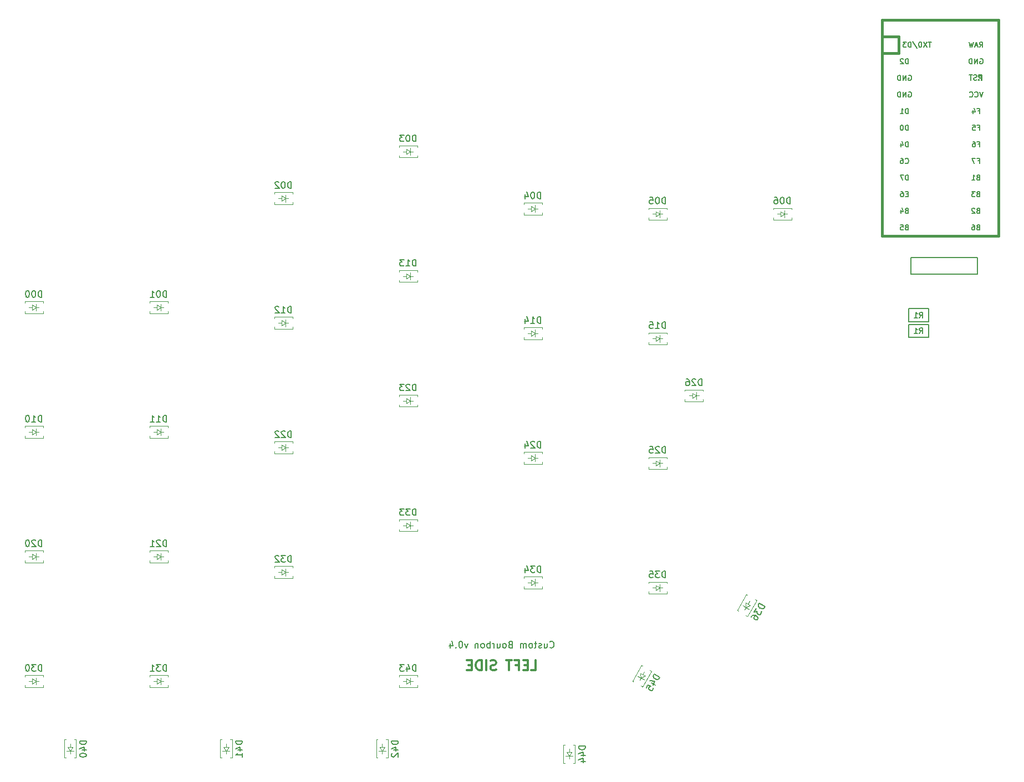
<source format=gbo>
G04 #@! TF.GenerationSoftware,KiCad,Pcbnew,5.1.10*
G04 #@! TF.CreationDate,2021-07-25T23:09:34-04:00*
G04 #@! TF.ProjectId,v04_left,7630345f-6c65-4667-942e-6b696361645f,rev?*
G04 #@! TF.SameCoordinates,Original*
G04 #@! TF.FileFunction,Legend,Bot*
G04 #@! TF.FilePolarity,Positive*
%FSLAX46Y46*%
G04 Gerber Fmt 4.6, Leading zero omitted, Abs format (unit mm)*
G04 Created by KiCad (PCBNEW 5.1.10) date 2021-07-25 23:09:34*
%MOMM*%
%LPD*%
G01*
G04 APERTURE LIST*
%ADD10C,0.300000*%
%ADD11C,0.150000*%
%ADD12C,0.381000*%
%ADD13C,0.100000*%
%ADD14C,2.250000*%
%ADD15C,3.987800*%
%ADD16C,1.750000*%
%ADD17C,3.048000*%
%ADD18R,1.752600X1.752600*%
%ADD19C,1.752600*%
%ADD20O,2.500000X1.700000*%
%ADD21C,1.200000*%
%ADD22C,2.200000*%
%ADD23C,2.100000*%
%ADD24R,1.200000X0.900000*%
%ADD25R,0.900000X1.200000*%
%ADD26C,1.397000*%
G04 APERTURE END LIST*
D10*
X-68525000Y-103866071D02*
X-67810714Y-103866071D01*
X-67810714Y-102366071D01*
X-69025000Y-103080357D02*
X-69525000Y-103080357D01*
X-69739285Y-103866071D02*
X-69025000Y-103866071D01*
X-69025000Y-102366071D01*
X-69739285Y-102366071D01*
X-70882142Y-103080357D02*
X-70382142Y-103080357D01*
X-70382142Y-103866071D02*
X-70382142Y-102366071D01*
X-71096428Y-102366071D01*
X-71453571Y-102366071D02*
X-72310714Y-102366071D01*
X-71882142Y-103866071D02*
X-71882142Y-102366071D01*
X-73882142Y-103794642D02*
X-74096428Y-103866071D01*
X-74453571Y-103866071D01*
X-74596428Y-103794642D01*
X-74667857Y-103723214D01*
X-74739285Y-103580357D01*
X-74739285Y-103437500D01*
X-74667857Y-103294642D01*
X-74596428Y-103223214D01*
X-74453571Y-103151785D01*
X-74167857Y-103080357D01*
X-74025000Y-103008928D01*
X-73953571Y-102937500D01*
X-73882142Y-102794642D01*
X-73882142Y-102651785D01*
X-73953571Y-102508928D01*
X-74025000Y-102437500D01*
X-74167857Y-102366071D01*
X-74525000Y-102366071D01*
X-74739285Y-102437500D01*
X-75382142Y-103866071D02*
X-75382142Y-102366071D01*
X-76096428Y-103866071D02*
X-76096428Y-102366071D01*
X-76453571Y-102366071D01*
X-76667857Y-102437500D01*
X-76810714Y-102580357D01*
X-76882142Y-102723214D01*
X-76953571Y-103008928D01*
X-76953571Y-103223214D01*
X-76882142Y-103508928D01*
X-76810714Y-103651785D01*
X-76667857Y-103794642D01*
X-76453571Y-103866071D01*
X-76096428Y-103866071D01*
X-77596428Y-103080357D02*
X-78096428Y-103080357D01*
X-78310714Y-103866071D02*
X-77596428Y-103866071D01*
X-77596428Y-102366071D01*
X-78310714Y-102366071D01*
D11*
X-65667857Y-100369642D02*
X-65620238Y-100417261D01*
X-65477380Y-100464880D01*
X-65382142Y-100464880D01*
X-65239285Y-100417261D01*
X-65144047Y-100322023D01*
X-65096428Y-100226785D01*
X-65048809Y-100036309D01*
X-65048809Y-99893452D01*
X-65096428Y-99702976D01*
X-65144047Y-99607738D01*
X-65239285Y-99512500D01*
X-65382142Y-99464880D01*
X-65477380Y-99464880D01*
X-65620238Y-99512500D01*
X-65667857Y-99560119D01*
X-66525000Y-99798214D02*
X-66525000Y-100464880D01*
X-66096428Y-99798214D02*
X-66096428Y-100322023D01*
X-66144047Y-100417261D01*
X-66239285Y-100464880D01*
X-66382142Y-100464880D01*
X-66477380Y-100417261D01*
X-66525000Y-100369642D01*
X-66953571Y-100417261D02*
X-67048809Y-100464880D01*
X-67239285Y-100464880D01*
X-67334523Y-100417261D01*
X-67382142Y-100322023D01*
X-67382142Y-100274404D01*
X-67334523Y-100179166D01*
X-67239285Y-100131547D01*
X-67096428Y-100131547D01*
X-67001190Y-100083928D01*
X-66953571Y-99988690D01*
X-66953571Y-99941071D01*
X-67001190Y-99845833D01*
X-67096428Y-99798214D01*
X-67239285Y-99798214D01*
X-67334523Y-99845833D01*
X-67667857Y-99798214D02*
X-68048809Y-99798214D01*
X-67810714Y-99464880D02*
X-67810714Y-100322023D01*
X-67858333Y-100417261D01*
X-67953571Y-100464880D01*
X-68048809Y-100464880D01*
X-68525000Y-100464880D02*
X-68429761Y-100417261D01*
X-68382142Y-100369642D01*
X-68334523Y-100274404D01*
X-68334523Y-99988690D01*
X-68382142Y-99893452D01*
X-68429761Y-99845833D01*
X-68525000Y-99798214D01*
X-68667857Y-99798214D01*
X-68763095Y-99845833D01*
X-68810714Y-99893452D01*
X-68858333Y-99988690D01*
X-68858333Y-100274404D01*
X-68810714Y-100369642D01*
X-68763095Y-100417261D01*
X-68667857Y-100464880D01*
X-68525000Y-100464880D01*
X-69286904Y-100464880D02*
X-69286904Y-99798214D01*
X-69286904Y-99893452D02*
X-69334523Y-99845833D01*
X-69429761Y-99798214D01*
X-69572619Y-99798214D01*
X-69667857Y-99845833D01*
X-69715476Y-99941071D01*
X-69715476Y-100464880D01*
X-69715476Y-99941071D02*
X-69763095Y-99845833D01*
X-69858333Y-99798214D01*
X-70001190Y-99798214D01*
X-70096428Y-99845833D01*
X-70144047Y-99941071D01*
X-70144047Y-100464880D01*
X-71715476Y-99941071D02*
X-71858333Y-99988690D01*
X-71905952Y-100036309D01*
X-71953571Y-100131547D01*
X-71953571Y-100274404D01*
X-71905952Y-100369642D01*
X-71858333Y-100417261D01*
X-71763095Y-100464880D01*
X-71382142Y-100464880D01*
X-71382142Y-99464880D01*
X-71715476Y-99464880D01*
X-71810714Y-99512500D01*
X-71858333Y-99560119D01*
X-71905952Y-99655357D01*
X-71905952Y-99750595D01*
X-71858333Y-99845833D01*
X-71810714Y-99893452D01*
X-71715476Y-99941071D01*
X-71382142Y-99941071D01*
X-72525000Y-100464880D02*
X-72429761Y-100417261D01*
X-72382142Y-100369642D01*
X-72334523Y-100274404D01*
X-72334523Y-99988690D01*
X-72382142Y-99893452D01*
X-72429761Y-99845833D01*
X-72525000Y-99798214D01*
X-72667857Y-99798214D01*
X-72763095Y-99845833D01*
X-72810714Y-99893452D01*
X-72858333Y-99988690D01*
X-72858333Y-100274404D01*
X-72810714Y-100369642D01*
X-72763095Y-100417261D01*
X-72667857Y-100464880D01*
X-72525000Y-100464880D01*
X-73715476Y-99798214D02*
X-73715476Y-100464880D01*
X-73286904Y-99798214D02*
X-73286904Y-100322023D01*
X-73334523Y-100417261D01*
X-73429761Y-100464880D01*
X-73572619Y-100464880D01*
X-73667857Y-100417261D01*
X-73715476Y-100369642D01*
X-74191666Y-100464880D02*
X-74191666Y-99798214D01*
X-74191666Y-99988690D02*
X-74239285Y-99893452D01*
X-74286904Y-99845833D01*
X-74382142Y-99798214D01*
X-74477380Y-99798214D01*
X-74810714Y-100464880D02*
X-74810714Y-99464880D01*
X-74810714Y-99845833D02*
X-74905952Y-99798214D01*
X-75096428Y-99798214D01*
X-75191666Y-99845833D01*
X-75239285Y-99893452D01*
X-75286904Y-99988690D01*
X-75286904Y-100274404D01*
X-75239285Y-100369642D01*
X-75191666Y-100417261D01*
X-75096428Y-100464880D01*
X-74905952Y-100464880D01*
X-74810714Y-100417261D01*
X-75858333Y-100464880D02*
X-75763095Y-100417261D01*
X-75715476Y-100369642D01*
X-75667857Y-100274404D01*
X-75667857Y-99988690D01*
X-75715476Y-99893452D01*
X-75763095Y-99845833D01*
X-75858333Y-99798214D01*
X-76001190Y-99798214D01*
X-76096428Y-99845833D01*
X-76144047Y-99893452D01*
X-76191666Y-99988690D01*
X-76191666Y-100274404D01*
X-76144047Y-100369642D01*
X-76096428Y-100417261D01*
X-76001190Y-100464880D01*
X-75858333Y-100464880D01*
X-76620238Y-99798214D02*
X-76620238Y-100464880D01*
X-76620238Y-99893452D02*
X-76667857Y-99845833D01*
X-76763095Y-99798214D01*
X-76905952Y-99798214D01*
X-77001190Y-99845833D01*
X-77048809Y-99941071D01*
X-77048809Y-100464880D01*
X-78191666Y-99798214D02*
X-78429761Y-100464880D01*
X-78667857Y-99798214D01*
X-79239285Y-99464880D02*
X-79334523Y-99464880D01*
X-79429761Y-99512500D01*
X-79477380Y-99560119D01*
X-79525000Y-99655357D01*
X-79572619Y-99845833D01*
X-79572619Y-100083928D01*
X-79525000Y-100274404D01*
X-79477380Y-100369642D01*
X-79429761Y-100417261D01*
X-79334523Y-100464880D01*
X-79239285Y-100464880D01*
X-79144047Y-100417261D01*
X-79096428Y-100369642D01*
X-79048809Y-100274404D01*
X-79001190Y-100083928D01*
X-79001190Y-99845833D01*
X-79048809Y-99655357D01*
X-79096428Y-99560119D01*
X-79144047Y-99512500D01*
X-79239285Y-99464880D01*
X-80001190Y-100369642D02*
X-80048809Y-100417261D01*
X-80001190Y-100464880D01*
X-79953571Y-100417261D01*
X-80001190Y-100369642D01*
X-80001190Y-100464880D01*
X-80905952Y-99798214D02*
X-80905952Y-100464880D01*
X-80667857Y-99417261D02*
X-80429761Y-100131547D01*
X-81048809Y-100131547D01*
D12*
X-12401250Y-7005000D02*
X-14941250Y-7005000D01*
X2838750Y-4465000D02*
X-14941250Y-4465000D01*
X-14941250Y-4465000D02*
X-14941250Y-37485000D01*
X-14941250Y-37485000D02*
X2838750Y-37485000D01*
X2838750Y-37485000D02*
X2838750Y-4465000D01*
D11*
G36*
X-206615Y-12894030D02*
G01*
X-206615Y-12994030D01*
X293385Y-12994030D01*
X293385Y-12894030D01*
X-206615Y-12894030D01*
G37*
X-206615Y-12894030D02*
X-206615Y-12994030D01*
X293385Y-12994030D01*
X293385Y-12894030D01*
X-206615Y-12894030D01*
G36*
X-206615Y-12894030D02*
G01*
X-206615Y-13194030D01*
X-106615Y-13194030D01*
X-106615Y-12894030D01*
X-206615Y-12894030D01*
G37*
X-206615Y-12894030D02*
X-206615Y-13194030D01*
X-106615Y-13194030D01*
X-106615Y-12894030D01*
X-206615Y-12894030D01*
G36*
X-206615Y-13494030D02*
G01*
X-206615Y-13694030D01*
X-106615Y-13694030D01*
X-106615Y-13494030D01*
X-206615Y-13494030D01*
G37*
X-206615Y-13494030D02*
X-206615Y-13694030D01*
X-106615Y-13694030D01*
X-106615Y-13494030D01*
X-206615Y-13494030D01*
G36*
X193385Y-12894030D02*
G01*
X193385Y-13694030D01*
X293385Y-13694030D01*
X293385Y-12894030D01*
X193385Y-12894030D01*
G37*
X193385Y-12894030D02*
X193385Y-13694030D01*
X293385Y-13694030D01*
X293385Y-12894030D01*
X193385Y-12894030D01*
G36*
X-6615Y-13294030D02*
G01*
X-6615Y-13394030D01*
X93385Y-13394030D01*
X93385Y-13294030D01*
X-6615Y-13294030D01*
G37*
X-6615Y-13294030D02*
X-6615Y-13394030D01*
X93385Y-13394030D01*
X93385Y-13294030D01*
X-6615Y-13294030D01*
D12*
X-12401250Y-7005000D02*
X-12401250Y-9545000D01*
X-12401250Y-9545000D02*
X-14941250Y-9545000D01*
D13*
X-51468750Y-104558494D02*
X-51218750Y-104125481D01*
X-51815160Y-104358494D02*
X-51768750Y-105078109D01*
X-51122340Y-104758494D02*
X-51815160Y-104358494D01*
X-51768750Y-105078109D02*
X-51122340Y-104758494D01*
X-51768750Y-105078109D02*
X-52245064Y-104803109D01*
X-51768750Y-105078109D02*
X-51292436Y-105353109D01*
X-51968750Y-105424519D02*
X-51768750Y-105078109D01*
X-53073173Y-105537436D02*
X-51514327Y-106437436D01*
X-51673173Y-103112564D02*
X-53073173Y-105537436D01*
X-50114327Y-104012564D02*
X-51673173Y-103112564D01*
X-51514327Y-106437436D02*
X-50114327Y-104012564D01*
X-62706250Y-116431250D02*
X-62706250Y-115931250D01*
X-63106250Y-116431250D02*
X-62706250Y-117031250D01*
X-62306250Y-116431250D02*
X-63106250Y-116431250D01*
X-62706250Y-117031250D02*
X-62306250Y-116431250D01*
X-62706250Y-117031250D02*
X-63256250Y-117031250D01*
X-62706250Y-117031250D02*
X-62156250Y-117031250D01*
X-62706250Y-117431250D02*
X-62706250Y-117031250D01*
X-63606250Y-118081250D02*
X-61806250Y-118081250D01*
X-63606250Y-115281250D02*
X-63606250Y-118081250D01*
X-61806250Y-115281250D02*
X-63606250Y-115281250D01*
X-61806250Y-118081250D02*
X-61806250Y-115281250D01*
X-87562500Y-105568750D02*
X-88062500Y-105568750D01*
X-87562500Y-105968750D02*
X-86962500Y-105568750D01*
X-87562500Y-105168750D02*
X-87562500Y-105968750D01*
X-86962500Y-105568750D02*
X-87562500Y-105168750D01*
X-86962500Y-105568750D02*
X-86962500Y-106118750D01*
X-86962500Y-105568750D02*
X-86962500Y-105018750D01*
X-86562500Y-105568750D02*
X-86962500Y-105568750D01*
X-85912500Y-106468750D02*
X-85912500Y-104668750D01*
X-88712500Y-106468750D02*
X-85912500Y-106468750D01*
X-88712500Y-104668750D02*
X-88712500Y-106468750D01*
X-85912500Y-104668750D02*
X-88712500Y-104668750D01*
X-91281250Y-115637500D02*
X-91281250Y-115137500D01*
X-91681250Y-115637500D02*
X-91281250Y-116237500D01*
X-90881250Y-115637500D02*
X-91681250Y-115637500D01*
X-91281250Y-116237500D02*
X-90881250Y-115637500D01*
X-91281250Y-116237500D02*
X-91831250Y-116237500D01*
X-91281250Y-116237500D02*
X-90731250Y-116237500D01*
X-91281250Y-116637500D02*
X-91281250Y-116237500D01*
X-92181250Y-117287500D02*
X-90381250Y-117287500D01*
X-92181250Y-114487500D02*
X-92181250Y-117287500D01*
X-90381250Y-114487500D02*
X-92181250Y-114487500D01*
X-90381250Y-117287500D02*
X-90381250Y-114487500D01*
X-115093750Y-115637500D02*
X-115093750Y-115137500D01*
X-115493750Y-115637500D02*
X-115093750Y-116237500D01*
X-114693750Y-115637500D02*
X-115493750Y-115637500D01*
X-115093750Y-116237500D02*
X-114693750Y-115637500D01*
X-115093750Y-116237500D02*
X-115643750Y-116237500D01*
X-115093750Y-116237500D02*
X-114543750Y-116237500D01*
X-115093750Y-116637500D02*
X-115093750Y-116237500D01*
X-115993750Y-117287500D02*
X-114193750Y-117287500D01*
X-115993750Y-114487500D02*
X-115993750Y-117287500D01*
X-114193750Y-114487500D02*
X-115993750Y-114487500D01*
X-114193750Y-117287500D02*
X-114193750Y-114487500D01*
X-138906250Y-115637500D02*
X-138906250Y-115137500D01*
X-139306250Y-115637500D02*
X-138906250Y-116237500D01*
X-138506250Y-115637500D02*
X-139306250Y-115637500D01*
X-138906250Y-116237500D02*
X-138506250Y-115637500D01*
X-138906250Y-116237500D02*
X-139456250Y-116237500D01*
X-138906250Y-116237500D02*
X-138356250Y-116237500D01*
X-138906250Y-116637500D02*
X-138906250Y-116237500D01*
X-139806250Y-117287500D02*
X-138006250Y-117287500D01*
X-139806250Y-114487500D02*
X-139806250Y-117287500D01*
X-138006250Y-114487500D02*
X-139806250Y-114487500D01*
X-138006250Y-117287500D02*
X-138006250Y-114487500D01*
X-35435000Y-93763494D02*
X-35185000Y-93330481D01*
X-35781410Y-93563494D02*
X-35735000Y-94283109D01*
X-35088590Y-93963494D02*
X-35781410Y-93563494D01*
X-35735000Y-94283109D02*
X-35088590Y-93963494D01*
X-35735000Y-94283109D02*
X-36211314Y-94008109D01*
X-35735000Y-94283109D02*
X-35258686Y-94558109D01*
X-35935000Y-94629519D02*
X-35735000Y-94283109D01*
X-37039423Y-94742436D02*
X-35480577Y-95642436D01*
X-35639423Y-92317564D02*
X-37039423Y-94742436D01*
X-34080577Y-93217564D02*
X-35639423Y-92317564D01*
X-35480577Y-95642436D02*
X-34080577Y-93217564D01*
X-49462500Y-91281250D02*
X-49962500Y-91281250D01*
X-49462500Y-91681250D02*
X-48862500Y-91281250D01*
X-49462500Y-90881250D02*
X-49462500Y-91681250D01*
X-48862500Y-91281250D02*
X-49462500Y-90881250D01*
X-48862500Y-91281250D02*
X-48862500Y-91831250D01*
X-48862500Y-91281250D02*
X-48862500Y-90731250D01*
X-48462500Y-91281250D02*
X-48862500Y-91281250D01*
X-47812500Y-92181250D02*
X-47812500Y-90381250D01*
X-50612500Y-92181250D02*
X-47812500Y-92181250D01*
X-50612500Y-90381250D02*
X-50612500Y-92181250D01*
X-47812500Y-90381250D02*
X-50612500Y-90381250D01*
X-68512500Y-90487500D02*
X-69012500Y-90487500D01*
X-68512500Y-90887500D02*
X-67912500Y-90487500D01*
X-68512500Y-90087500D02*
X-68512500Y-90887500D01*
X-67912500Y-90487500D02*
X-68512500Y-90087500D01*
X-67912500Y-90487500D02*
X-67912500Y-91037500D01*
X-67912500Y-90487500D02*
X-67912500Y-89937500D01*
X-67512500Y-90487500D02*
X-67912500Y-90487500D01*
X-66862500Y-91387500D02*
X-66862500Y-89587500D01*
X-69662500Y-91387500D02*
X-66862500Y-91387500D01*
X-69662500Y-89587500D02*
X-69662500Y-91387500D01*
X-66862500Y-89587500D02*
X-69662500Y-89587500D01*
X-87562500Y-81756250D02*
X-88062500Y-81756250D01*
X-87562500Y-82156250D02*
X-86962500Y-81756250D01*
X-87562500Y-81356250D02*
X-87562500Y-82156250D01*
X-86962500Y-81756250D02*
X-87562500Y-81356250D01*
X-86962500Y-81756250D02*
X-86962500Y-82306250D01*
X-86962500Y-81756250D02*
X-86962500Y-81206250D01*
X-86562500Y-81756250D02*
X-86962500Y-81756250D01*
X-85912500Y-82656250D02*
X-85912500Y-80856250D01*
X-88712500Y-82656250D02*
X-85912500Y-82656250D01*
X-88712500Y-80856250D02*
X-88712500Y-82656250D01*
X-85912500Y-80856250D02*
X-88712500Y-80856250D01*
X-106612500Y-88900000D02*
X-107112500Y-88900000D01*
X-106612500Y-89300000D02*
X-106012500Y-88900000D01*
X-106612500Y-88500000D02*
X-106612500Y-89300000D01*
X-106012500Y-88900000D02*
X-106612500Y-88500000D01*
X-106012500Y-88900000D02*
X-106012500Y-89450000D01*
X-106012500Y-88900000D02*
X-106012500Y-88350000D01*
X-105612500Y-88900000D02*
X-106012500Y-88900000D01*
X-104962500Y-89800000D02*
X-104962500Y-88000000D01*
X-107762500Y-89800000D02*
X-104962500Y-89800000D01*
X-107762500Y-88000000D02*
X-107762500Y-89800000D01*
X-104962500Y-88000000D02*
X-107762500Y-88000000D01*
X-125662500Y-105568750D02*
X-126162500Y-105568750D01*
X-125662500Y-105968750D02*
X-125062500Y-105568750D01*
X-125662500Y-105168750D02*
X-125662500Y-105968750D01*
X-125062500Y-105568750D02*
X-125662500Y-105168750D01*
X-125062500Y-105568750D02*
X-125062500Y-106118750D01*
X-125062500Y-105568750D02*
X-125062500Y-105018750D01*
X-124662500Y-105568750D02*
X-125062500Y-105568750D01*
X-124012500Y-106468750D02*
X-124012500Y-104668750D01*
X-126812500Y-106468750D02*
X-124012500Y-106468750D01*
X-126812500Y-104668750D02*
X-126812500Y-106468750D01*
X-124012500Y-104668750D02*
X-126812500Y-104668750D01*
X-144712500Y-105568750D02*
X-145212500Y-105568750D01*
X-144712500Y-105968750D02*
X-144112500Y-105568750D01*
X-144712500Y-105168750D02*
X-144712500Y-105968750D01*
X-144112500Y-105568750D02*
X-144712500Y-105168750D01*
X-144112500Y-105568750D02*
X-144112500Y-106118750D01*
X-144112500Y-105568750D02*
X-144112500Y-105018750D01*
X-143712500Y-105568750D02*
X-144112500Y-105568750D01*
X-143062500Y-106468750D02*
X-143062500Y-104668750D01*
X-145862500Y-106468750D02*
X-143062500Y-106468750D01*
X-145862500Y-104668750D02*
X-145862500Y-106468750D01*
X-143062500Y-104668750D02*
X-145862500Y-104668750D01*
X-43906250Y-61912500D02*
X-44406250Y-61912500D01*
X-43906250Y-62312500D02*
X-43306250Y-61912500D01*
X-43906250Y-61512500D02*
X-43906250Y-62312500D01*
X-43306250Y-61912500D02*
X-43906250Y-61512500D01*
X-43306250Y-61912500D02*
X-43306250Y-62462500D01*
X-43306250Y-61912500D02*
X-43306250Y-61362500D01*
X-42906250Y-61912500D02*
X-43306250Y-61912500D01*
X-42256250Y-62812500D02*
X-42256250Y-61012500D01*
X-45056250Y-62812500D02*
X-42256250Y-62812500D01*
X-45056250Y-61012500D02*
X-45056250Y-62812500D01*
X-42256250Y-61012500D02*
X-45056250Y-61012500D01*
X-49462500Y-72231250D02*
X-49962500Y-72231250D01*
X-49462500Y-72631250D02*
X-48862500Y-72231250D01*
X-49462500Y-71831250D02*
X-49462500Y-72631250D01*
X-48862500Y-72231250D02*
X-49462500Y-71831250D01*
X-48862500Y-72231250D02*
X-48862500Y-72781250D01*
X-48862500Y-72231250D02*
X-48862500Y-71681250D01*
X-48462500Y-72231250D02*
X-48862500Y-72231250D01*
X-47812500Y-73131250D02*
X-47812500Y-71331250D01*
X-50612500Y-73131250D02*
X-47812500Y-73131250D01*
X-50612500Y-71331250D02*
X-50612500Y-73131250D01*
X-47812500Y-71331250D02*
X-50612500Y-71331250D01*
X-68512500Y-71437500D02*
X-69012500Y-71437500D01*
X-68512500Y-71837500D02*
X-67912500Y-71437500D01*
X-68512500Y-71037500D02*
X-68512500Y-71837500D01*
X-67912500Y-71437500D02*
X-68512500Y-71037500D01*
X-67912500Y-71437500D02*
X-67912500Y-71987500D01*
X-67912500Y-71437500D02*
X-67912500Y-70887500D01*
X-67512500Y-71437500D02*
X-67912500Y-71437500D01*
X-66862500Y-72337500D02*
X-66862500Y-70537500D01*
X-69662500Y-72337500D02*
X-66862500Y-72337500D01*
X-69662500Y-70537500D02*
X-69662500Y-72337500D01*
X-66862500Y-70537500D02*
X-69662500Y-70537500D01*
X-87562500Y-62706250D02*
X-88062500Y-62706250D01*
X-87562500Y-63106250D02*
X-86962500Y-62706250D01*
X-87562500Y-62306250D02*
X-87562500Y-63106250D01*
X-86962500Y-62706250D02*
X-87562500Y-62306250D01*
X-86962500Y-62706250D02*
X-86962500Y-63256250D01*
X-86962500Y-62706250D02*
X-86962500Y-62156250D01*
X-86562500Y-62706250D02*
X-86962500Y-62706250D01*
X-85912500Y-63606250D02*
X-85912500Y-61806250D01*
X-88712500Y-63606250D02*
X-85912500Y-63606250D01*
X-88712500Y-61806250D02*
X-88712500Y-63606250D01*
X-85912500Y-61806250D02*
X-88712500Y-61806250D01*
X-106612500Y-69850000D02*
X-107112500Y-69850000D01*
X-106612500Y-70250000D02*
X-106012500Y-69850000D01*
X-106612500Y-69450000D02*
X-106612500Y-70250000D01*
X-106012500Y-69850000D02*
X-106612500Y-69450000D01*
X-106012500Y-69850000D02*
X-106012500Y-70400000D01*
X-106012500Y-69850000D02*
X-106012500Y-69300000D01*
X-105612500Y-69850000D02*
X-106012500Y-69850000D01*
X-104962500Y-70750000D02*
X-104962500Y-68950000D01*
X-107762500Y-70750000D02*
X-104962500Y-70750000D01*
X-107762500Y-68950000D02*
X-107762500Y-70750000D01*
X-104962500Y-68950000D02*
X-107762500Y-68950000D01*
X-125662500Y-86518750D02*
X-126162500Y-86518750D01*
X-125662500Y-86918750D02*
X-125062500Y-86518750D01*
X-125662500Y-86118750D02*
X-125662500Y-86918750D01*
X-125062500Y-86518750D02*
X-125662500Y-86118750D01*
X-125062500Y-86518750D02*
X-125062500Y-87068750D01*
X-125062500Y-86518750D02*
X-125062500Y-85968750D01*
X-124662500Y-86518750D02*
X-125062500Y-86518750D01*
X-124012500Y-87418750D02*
X-124012500Y-85618750D01*
X-126812500Y-87418750D02*
X-124012500Y-87418750D01*
X-126812500Y-85618750D02*
X-126812500Y-87418750D01*
X-124012500Y-85618750D02*
X-126812500Y-85618750D01*
X-144712500Y-86518750D02*
X-145212500Y-86518750D01*
X-144712500Y-86918750D02*
X-144112500Y-86518750D01*
X-144712500Y-86118750D02*
X-144712500Y-86918750D01*
X-144112500Y-86518750D02*
X-144712500Y-86118750D01*
X-144112500Y-86518750D02*
X-144112500Y-87068750D01*
X-144112500Y-86518750D02*
X-144112500Y-85968750D01*
X-143712500Y-86518750D02*
X-144112500Y-86518750D01*
X-143062500Y-87418750D02*
X-143062500Y-85618750D01*
X-145862500Y-87418750D02*
X-143062500Y-87418750D01*
X-145862500Y-85618750D02*
X-145862500Y-87418750D01*
X-143062500Y-85618750D02*
X-145862500Y-85618750D01*
X-49462500Y-53181250D02*
X-49962500Y-53181250D01*
X-49462500Y-53581250D02*
X-48862500Y-53181250D01*
X-49462500Y-52781250D02*
X-49462500Y-53581250D01*
X-48862500Y-53181250D02*
X-49462500Y-52781250D01*
X-48862500Y-53181250D02*
X-48862500Y-53731250D01*
X-48862500Y-53181250D02*
X-48862500Y-52631250D01*
X-48462500Y-53181250D02*
X-48862500Y-53181250D01*
X-47812500Y-54081250D02*
X-47812500Y-52281250D01*
X-50612500Y-54081250D02*
X-47812500Y-54081250D01*
X-50612500Y-52281250D02*
X-50612500Y-54081250D01*
X-47812500Y-52281250D02*
X-50612500Y-52281250D01*
X-68512500Y-52387500D02*
X-69012500Y-52387500D01*
X-68512500Y-52787500D02*
X-67912500Y-52387500D01*
X-68512500Y-51987500D02*
X-68512500Y-52787500D01*
X-67912500Y-52387500D02*
X-68512500Y-51987500D01*
X-67912500Y-52387500D02*
X-67912500Y-52937500D01*
X-67912500Y-52387500D02*
X-67912500Y-51837500D01*
X-67512500Y-52387500D02*
X-67912500Y-52387500D01*
X-66862500Y-53287500D02*
X-66862500Y-51487500D01*
X-69662500Y-53287500D02*
X-66862500Y-53287500D01*
X-69662500Y-51487500D02*
X-69662500Y-53287500D01*
X-66862500Y-51487500D02*
X-69662500Y-51487500D01*
X-87562500Y-43656250D02*
X-88062500Y-43656250D01*
X-87562500Y-44056250D02*
X-86962500Y-43656250D01*
X-87562500Y-43256250D02*
X-87562500Y-44056250D01*
X-86962500Y-43656250D02*
X-87562500Y-43256250D01*
X-86962500Y-43656250D02*
X-86962500Y-44206250D01*
X-86962500Y-43656250D02*
X-86962500Y-43106250D01*
X-86562500Y-43656250D02*
X-86962500Y-43656250D01*
X-85912500Y-44556250D02*
X-85912500Y-42756250D01*
X-88712500Y-44556250D02*
X-85912500Y-44556250D01*
X-88712500Y-42756250D02*
X-88712500Y-44556250D01*
X-85912500Y-42756250D02*
X-88712500Y-42756250D01*
X-106612500Y-50800000D02*
X-107112500Y-50800000D01*
X-106612500Y-51200000D02*
X-106012500Y-50800000D01*
X-106612500Y-50400000D02*
X-106612500Y-51200000D01*
X-106012500Y-50800000D02*
X-106612500Y-50400000D01*
X-106012500Y-50800000D02*
X-106012500Y-51350000D01*
X-106012500Y-50800000D02*
X-106012500Y-50250000D01*
X-105612500Y-50800000D02*
X-106012500Y-50800000D01*
X-104962500Y-51700000D02*
X-104962500Y-49900000D01*
X-107762500Y-51700000D02*
X-104962500Y-51700000D01*
X-107762500Y-49900000D02*
X-107762500Y-51700000D01*
X-104962500Y-49900000D02*
X-107762500Y-49900000D01*
X-125662500Y-67468750D02*
X-126162500Y-67468750D01*
X-125662500Y-67868750D02*
X-125062500Y-67468750D01*
X-125662500Y-67068750D02*
X-125662500Y-67868750D01*
X-125062500Y-67468750D02*
X-125662500Y-67068750D01*
X-125062500Y-67468750D02*
X-125062500Y-68018750D01*
X-125062500Y-67468750D02*
X-125062500Y-66918750D01*
X-124662500Y-67468750D02*
X-125062500Y-67468750D01*
X-124012500Y-68368750D02*
X-124012500Y-66568750D01*
X-126812500Y-68368750D02*
X-124012500Y-68368750D01*
X-126812500Y-66568750D02*
X-126812500Y-68368750D01*
X-124012500Y-66568750D02*
X-126812500Y-66568750D01*
X-144712500Y-67468750D02*
X-145212500Y-67468750D01*
X-144712500Y-67868750D02*
X-144112500Y-67468750D01*
X-144712500Y-67068750D02*
X-144712500Y-67868750D01*
X-144112500Y-67468750D02*
X-144712500Y-67068750D01*
X-144112500Y-67468750D02*
X-144112500Y-68018750D01*
X-144112500Y-67468750D02*
X-144112500Y-66918750D01*
X-143712500Y-67468750D02*
X-144112500Y-67468750D01*
X-143062500Y-68368750D02*
X-143062500Y-66568750D01*
X-145862500Y-68368750D02*
X-143062500Y-68368750D01*
X-145862500Y-66568750D02*
X-145862500Y-68368750D01*
X-143062500Y-66568750D02*
X-145862500Y-66568750D01*
X-30412500Y-34131250D02*
X-30912500Y-34131250D01*
X-30412500Y-34531250D02*
X-29812500Y-34131250D01*
X-30412500Y-33731250D02*
X-30412500Y-34531250D01*
X-29812500Y-34131250D02*
X-30412500Y-33731250D01*
X-29812500Y-34131250D02*
X-29812500Y-34681250D01*
X-29812500Y-34131250D02*
X-29812500Y-33581250D01*
X-29412500Y-34131250D02*
X-29812500Y-34131250D01*
X-28762500Y-35031250D02*
X-28762500Y-33231250D01*
X-31562500Y-35031250D02*
X-28762500Y-35031250D01*
X-31562500Y-33231250D02*
X-31562500Y-35031250D01*
X-28762500Y-33231250D02*
X-31562500Y-33231250D01*
X-49462500Y-34131250D02*
X-49962500Y-34131250D01*
X-49462500Y-34531250D02*
X-48862500Y-34131250D01*
X-49462500Y-33731250D02*
X-49462500Y-34531250D01*
X-48862500Y-34131250D02*
X-49462500Y-33731250D01*
X-48862500Y-34131250D02*
X-48862500Y-34681250D01*
X-48862500Y-34131250D02*
X-48862500Y-33581250D01*
X-48462500Y-34131250D02*
X-48862500Y-34131250D01*
X-47812500Y-35031250D02*
X-47812500Y-33231250D01*
X-50612500Y-35031250D02*
X-47812500Y-35031250D01*
X-50612500Y-33231250D02*
X-50612500Y-35031250D01*
X-47812500Y-33231250D02*
X-50612500Y-33231250D01*
X-68512500Y-33337500D02*
X-69012500Y-33337500D01*
X-68512500Y-33737500D02*
X-67912500Y-33337500D01*
X-68512500Y-32937500D02*
X-68512500Y-33737500D01*
X-67912500Y-33337500D02*
X-68512500Y-32937500D01*
X-67912500Y-33337500D02*
X-67912500Y-33887500D01*
X-67912500Y-33337500D02*
X-67912500Y-32787500D01*
X-67512500Y-33337500D02*
X-67912500Y-33337500D01*
X-66862500Y-34237500D02*
X-66862500Y-32437500D01*
X-69662500Y-34237500D02*
X-66862500Y-34237500D01*
X-69662500Y-32437500D02*
X-69662500Y-34237500D01*
X-66862500Y-32437500D02*
X-69662500Y-32437500D01*
X-87562500Y-24606250D02*
X-88062500Y-24606250D01*
X-87562500Y-25006250D02*
X-86962500Y-24606250D01*
X-87562500Y-24206250D02*
X-87562500Y-25006250D01*
X-86962500Y-24606250D02*
X-87562500Y-24206250D01*
X-86962500Y-24606250D02*
X-86962500Y-25156250D01*
X-86962500Y-24606250D02*
X-86962500Y-24056250D01*
X-86562500Y-24606250D02*
X-86962500Y-24606250D01*
X-85912500Y-25506250D02*
X-85912500Y-23706250D01*
X-88712500Y-25506250D02*
X-85912500Y-25506250D01*
X-88712500Y-23706250D02*
X-88712500Y-25506250D01*
X-85912500Y-23706250D02*
X-88712500Y-23706250D01*
X-106612500Y-31750000D02*
X-107112500Y-31750000D01*
X-106612500Y-32150000D02*
X-106012500Y-31750000D01*
X-106612500Y-31350000D02*
X-106612500Y-32150000D01*
X-106012500Y-31750000D02*
X-106612500Y-31350000D01*
X-106012500Y-31750000D02*
X-106012500Y-32300000D01*
X-106012500Y-31750000D02*
X-106012500Y-31200000D01*
X-105612500Y-31750000D02*
X-106012500Y-31750000D01*
X-104962500Y-32650000D02*
X-104962500Y-30850000D01*
X-107762500Y-32650000D02*
X-104962500Y-32650000D01*
X-107762500Y-30850000D02*
X-107762500Y-32650000D01*
X-104962500Y-30850000D02*
X-107762500Y-30850000D01*
X-125662500Y-48418750D02*
X-126162500Y-48418750D01*
X-125662500Y-48818750D02*
X-125062500Y-48418750D01*
X-125662500Y-48018750D02*
X-125662500Y-48818750D01*
X-125062500Y-48418750D02*
X-125662500Y-48018750D01*
X-125062500Y-48418750D02*
X-125062500Y-48968750D01*
X-125062500Y-48418750D02*
X-125062500Y-47868750D01*
X-124662500Y-48418750D02*
X-125062500Y-48418750D01*
X-124012500Y-49318750D02*
X-124012500Y-47518750D01*
X-126812500Y-49318750D02*
X-124012500Y-49318750D01*
X-126812500Y-47518750D02*
X-126812500Y-49318750D01*
X-124012500Y-47518750D02*
X-126812500Y-47518750D01*
X-144712500Y-48418750D02*
X-145212500Y-48418750D01*
X-144712500Y-48818750D02*
X-144112500Y-48418750D01*
X-144712500Y-48018750D02*
X-144712500Y-48818750D01*
X-144112500Y-48418750D02*
X-144712500Y-48018750D01*
X-144112500Y-48418750D02*
X-144112500Y-48968750D01*
X-144112500Y-48418750D02*
X-144112500Y-47868750D01*
X-143712500Y-48418750D02*
X-144112500Y-48418750D01*
X-143062500Y-49318750D02*
X-143062500Y-47518750D01*
X-145862500Y-49318750D02*
X-143062500Y-49318750D01*
X-145862500Y-47518750D02*
X-145862500Y-49318750D01*
X-143062500Y-47518750D02*
X-145862500Y-47518750D01*
D11*
X-10851250Y-53011250D02*
X-10851250Y-51011250D01*
X-7851250Y-53011250D02*
X-10851250Y-53011250D01*
X-7851250Y-51011250D02*
X-7851250Y-53011250D01*
X-10851250Y-51011250D02*
X-7851250Y-51011250D01*
X-7851250Y-48630000D02*
X-7851250Y-50630000D01*
X-10851250Y-48630000D02*
X-7851250Y-48630000D01*
X-10851250Y-50630000D02*
X-10851250Y-48630000D01*
X-7851250Y-50630000D02*
X-10851250Y-50630000D01*
X-10496250Y-43358750D02*
X-10496250Y-40818750D01*
X-336250Y-43358750D02*
X-10496250Y-43358750D01*
X-336250Y-40818750D02*
X-336250Y-43358750D01*
X-10496250Y-40818750D02*
X-336250Y-40818750D01*
X-10921773Y-11176904D02*
X-10921773Y-10376904D01*
X-11112250Y-10376904D01*
X-11226535Y-10415000D01*
X-11302726Y-10491190D01*
X-11340821Y-10567380D01*
X-11378916Y-10719761D01*
X-11378916Y-10834047D01*
X-11340821Y-10986428D01*
X-11302726Y-11062619D01*
X-11226535Y-11138809D01*
X-11112250Y-11176904D01*
X-10921773Y-11176904D01*
X-11683678Y-10453095D02*
X-11721773Y-10415000D01*
X-11797964Y-10376904D01*
X-11988440Y-10376904D01*
X-12064630Y-10415000D01*
X-12102726Y-10453095D01*
X-12140821Y-10529285D01*
X-12140821Y-10605476D01*
X-12102726Y-10719761D01*
X-11645583Y-11176904D01*
X-12140821Y-11176904D01*
X-10921773Y-21336904D02*
X-10921773Y-20536904D01*
X-11112250Y-20536904D01*
X-11226535Y-20575000D01*
X-11302726Y-20651190D01*
X-11340821Y-20727380D01*
X-11378916Y-20879761D01*
X-11378916Y-20994047D01*
X-11340821Y-21146428D01*
X-11302726Y-21222619D01*
X-11226535Y-21298809D01*
X-11112250Y-21336904D01*
X-10921773Y-21336904D01*
X-11874154Y-20536904D02*
X-11950345Y-20536904D01*
X-12026535Y-20575000D01*
X-12064630Y-20613095D01*
X-12102726Y-20689285D01*
X-12140821Y-20841666D01*
X-12140821Y-21032142D01*
X-12102726Y-21184523D01*
X-12064630Y-21260714D01*
X-12026535Y-21298809D01*
X-11950345Y-21336904D01*
X-11874154Y-21336904D01*
X-11797964Y-21298809D01*
X-11759869Y-21260714D01*
X-11721773Y-21184523D01*
X-11683678Y-21032142D01*
X-11683678Y-20841666D01*
X-11721773Y-20689285D01*
X-11759869Y-20613095D01*
X-11797964Y-20575000D01*
X-11874154Y-20536904D01*
X-10921773Y-18796904D02*
X-10921773Y-17996904D01*
X-11112250Y-17996904D01*
X-11226535Y-18035000D01*
X-11302726Y-18111190D01*
X-11340821Y-18187380D01*
X-11378916Y-18339761D01*
X-11378916Y-18454047D01*
X-11340821Y-18606428D01*
X-11302726Y-18682619D01*
X-11226535Y-18758809D01*
X-11112250Y-18796904D01*
X-10921773Y-18796904D01*
X-12140821Y-18796904D02*
X-11683678Y-18796904D01*
X-11912250Y-18796904D02*
X-11912250Y-17996904D01*
X-11836059Y-18111190D01*
X-11759869Y-18187380D01*
X-11683678Y-18225476D01*
X-10902726Y-15495000D02*
X-10826535Y-15456904D01*
X-10712250Y-15456904D01*
X-10597964Y-15495000D01*
X-10521773Y-15571190D01*
X-10483678Y-15647380D01*
X-10445583Y-15799761D01*
X-10445583Y-15914047D01*
X-10483678Y-16066428D01*
X-10521773Y-16142619D01*
X-10597964Y-16218809D01*
X-10712250Y-16256904D01*
X-10788440Y-16256904D01*
X-10902726Y-16218809D01*
X-10940821Y-16180714D01*
X-10940821Y-15914047D01*
X-10788440Y-15914047D01*
X-11283678Y-16256904D02*
X-11283678Y-15456904D01*
X-11740821Y-16256904D01*
X-11740821Y-15456904D01*
X-12121773Y-16256904D02*
X-12121773Y-15456904D01*
X-12312250Y-15456904D01*
X-12426535Y-15495000D01*
X-12502726Y-15571190D01*
X-12540821Y-15647380D01*
X-12578916Y-15799761D01*
X-12578916Y-15914047D01*
X-12540821Y-16066428D01*
X-12502726Y-16142619D01*
X-12426535Y-16218809D01*
X-12312250Y-16256904D01*
X-12121773Y-16256904D01*
X-10902726Y-12955000D02*
X-10826535Y-12916904D01*
X-10712250Y-12916904D01*
X-10597964Y-12955000D01*
X-10521773Y-13031190D01*
X-10483678Y-13107380D01*
X-10445583Y-13259761D01*
X-10445583Y-13374047D01*
X-10483678Y-13526428D01*
X-10521773Y-13602619D01*
X-10597964Y-13678809D01*
X-10712250Y-13716904D01*
X-10788440Y-13716904D01*
X-10902726Y-13678809D01*
X-10940821Y-13640714D01*
X-10940821Y-13374047D01*
X-10788440Y-13374047D01*
X-11283678Y-13716904D02*
X-11283678Y-12916904D01*
X-11740821Y-13716904D01*
X-11740821Y-12916904D01*
X-12121773Y-13716904D02*
X-12121773Y-12916904D01*
X-12312250Y-12916904D01*
X-12426535Y-12955000D01*
X-12502726Y-13031190D01*
X-12540821Y-13107380D01*
X-12578916Y-13259761D01*
X-12578916Y-13374047D01*
X-12540821Y-13526428D01*
X-12502726Y-13602619D01*
X-12426535Y-13678809D01*
X-12312250Y-13716904D01*
X-12121773Y-13716904D01*
X-10921773Y-23876904D02*
X-10921773Y-23076904D01*
X-11112250Y-23076904D01*
X-11226535Y-23115000D01*
X-11302726Y-23191190D01*
X-11340821Y-23267380D01*
X-11378916Y-23419761D01*
X-11378916Y-23534047D01*
X-11340821Y-23686428D01*
X-11302726Y-23762619D01*
X-11226535Y-23838809D01*
X-11112250Y-23876904D01*
X-10921773Y-23876904D01*
X-12064630Y-23343571D02*
X-12064630Y-23876904D01*
X-11874154Y-23038809D02*
X-11683678Y-23610238D01*
X-12178916Y-23610238D01*
X-11378916Y-26340714D02*
X-11340821Y-26378809D01*
X-11226535Y-26416904D01*
X-11150345Y-26416904D01*
X-11036059Y-26378809D01*
X-10959869Y-26302619D01*
X-10921773Y-26226428D01*
X-10883678Y-26074047D01*
X-10883678Y-25959761D01*
X-10921773Y-25807380D01*
X-10959869Y-25731190D01*
X-11036059Y-25655000D01*
X-11150345Y-25616904D01*
X-11226535Y-25616904D01*
X-11340821Y-25655000D01*
X-11378916Y-25693095D01*
X-12064630Y-25616904D02*
X-11912250Y-25616904D01*
X-11836059Y-25655000D01*
X-11797964Y-25693095D01*
X-11721773Y-25807380D01*
X-11683678Y-25959761D01*
X-11683678Y-26264523D01*
X-11721773Y-26340714D01*
X-11759869Y-26378809D01*
X-11836059Y-26416904D01*
X-11988440Y-26416904D01*
X-12064630Y-26378809D01*
X-12102726Y-26340714D01*
X-12140821Y-26264523D01*
X-12140821Y-26074047D01*
X-12102726Y-25997857D01*
X-12064630Y-25959761D01*
X-11988440Y-25921666D01*
X-11836059Y-25921666D01*
X-11759869Y-25959761D01*
X-11721773Y-25997857D01*
X-11683678Y-26074047D01*
X-10921773Y-28956904D02*
X-10921773Y-28156904D01*
X-11112250Y-28156904D01*
X-11226535Y-28195000D01*
X-11302726Y-28271190D01*
X-11340821Y-28347380D01*
X-11378916Y-28499761D01*
X-11378916Y-28614047D01*
X-11340821Y-28766428D01*
X-11302726Y-28842619D01*
X-11226535Y-28918809D01*
X-11112250Y-28956904D01*
X-10921773Y-28956904D01*
X-11645583Y-28156904D02*
X-12178916Y-28156904D01*
X-11836059Y-28956904D01*
X-10959869Y-31077857D02*
X-11226535Y-31077857D01*
X-11340821Y-31496904D02*
X-10959869Y-31496904D01*
X-10959869Y-30696904D01*
X-11340821Y-30696904D01*
X-12026535Y-30696904D02*
X-11874154Y-30696904D01*
X-11797964Y-30735000D01*
X-11759869Y-30773095D01*
X-11683678Y-30887380D01*
X-11645583Y-31039761D01*
X-11645583Y-31344523D01*
X-11683678Y-31420714D01*
X-11721773Y-31458809D01*
X-11797964Y-31496904D01*
X-11950345Y-31496904D01*
X-12026535Y-31458809D01*
X-12064630Y-31420714D01*
X-12102726Y-31344523D01*
X-12102726Y-31154047D01*
X-12064630Y-31077857D01*
X-12026535Y-31039761D01*
X-11950345Y-31001666D01*
X-11797964Y-31001666D01*
X-11721773Y-31039761D01*
X-11683678Y-31077857D01*
X-11645583Y-31154047D01*
X-11188440Y-33617857D02*
X-11302726Y-33655952D01*
X-11340821Y-33694047D01*
X-11378916Y-33770238D01*
X-11378916Y-33884523D01*
X-11340821Y-33960714D01*
X-11302726Y-33998809D01*
X-11226535Y-34036904D01*
X-10921773Y-34036904D01*
X-10921773Y-33236904D01*
X-11188440Y-33236904D01*
X-11264630Y-33275000D01*
X-11302726Y-33313095D01*
X-11340821Y-33389285D01*
X-11340821Y-33465476D01*
X-11302726Y-33541666D01*
X-11264630Y-33579761D01*
X-11188440Y-33617857D01*
X-10921773Y-33617857D01*
X-12064630Y-33503571D02*
X-12064630Y-34036904D01*
X-11874154Y-33198809D02*
X-11683678Y-33770238D01*
X-12178916Y-33770238D01*
X-11188440Y-36157857D02*
X-11302726Y-36195952D01*
X-11340821Y-36234047D01*
X-11378916Y-36310238D01*
X-11378916Y-36424523D01*
X-11340821Y-36500714D01*
X-11302726Y-36538809D01*
X-11226535Y-36576904D01*
X-10921773Y-36576904D01*
X-10921773Y-35776904D01*
X-11188440Y-35776904D01*
X-11264630Y-35815000D01*
X-11302726Y-35853095D01*
X-11340821Y-35929285D01*
X-11340821Y-36005476D01*
X-11302726Y-36081666D01*
X-11264630Y-36119761D01*
X-11188440Y-36157857D01*
X-10921773Y-36157857D01*
X-12102726Y-35776904D02*
X-11721773Y-35776904D01*
X-11683678Y-36157857D01*
X-11721773Y-36119761D01*
X-11797964Y-36081666D01*
X-11988440Y-36081666D01*
X-12064630Y-36119761D01*
X-12102726Y-36157857D01*
X-12140821Y-36234047D01*
X-12140821Y-36424523D01*
X-12102726Y-36500714D01*
X-12064630Y-36538809D01*
X-11988440Y-36576904D01*
X-11797964Y-36576904D01*
X-11721773Y-36538809D01*
X-11683678Y-36500714D01*
X-266440Y-36157857D02*
X-380726Y-36195952D01*
X-418821Y-36234047D01*
X-456916Y-36310238D01*
X-456916Y-36424523D01*
X-418821Y-36500714D01*
X-380726Y-36538809D01*
X-304535Y-36576904D01*
X226Y-36576904D01*
X226Y-35776904D01*
X-266440Y-35776904D01*
X-342630Y-35815000D01*
X-380726Y-35853095D01*
X-418821Y-35929285D01*
X-418821Y-36005476D01*
X-380726Y-36081666D01*
X-342630Y-36119761D01*
X-266440Y-36157857D01*
X226Y-36157857D01*
X-1142630Y-35776904D02*
X-990250Y-35776904D01*
X-914059Y-35815000D01*
X-875964Y-35853095D01*
X-799773Y-35967380D01*
X-761678Y-36119761D01*
X-761678Y-36424523D01*
X-799773Y-36500714D01*
X-837869Y-36538809D01*
X-914059Y-36576904D01*
X-1066440Y-36576904D01*
X-1142630Y-36538809D01*
X-1180726Y-36500714D01*
X-1218821Y-36424523D01*
X-1218821Y-36234047D01*
X-1180726Y-36157857D01*
X-1142630Y-36119761D01*
X-1066440Y-36081666D01*
X-914059Y-36081666D01*
X-837869Y-36119761D01*
X-799773Y-36157857D01*
X-761678Y-36234047D01*
X-266440Y-31077857D02*
X-380726Y-31115952D01*
X-418821Y-31154047D01*
X-456916Y-31230238D01*
X-456916Y-31344523D01*
X-418821Y-31420714D01*
X-380726Y-31458809D01*
X-304535Y-31496904D01*
X226Y-31496904D01*
X226Y-30696904D01*
X-266440Y-30696904D01*
X-342630Y-30735000D01*
X-380726Y-30773095D01*
X-418821Y-30849285D01*
X-418821Y-30925476D01*
X-380726Y-31001666D01*
X-342630Y-31039761D01*
X-266440Y-31077857D01*
X226Y-31077857D01*
X-723583Y-30696904D02*
X-1218821Y-30696904D01*
X-952154Y-31001666D01*
X-1066440Y-31001666D01*
X-1142630Y-31039761D01*
X-1180726Y-31077857D01*
X-1218821Y-31154047D01*
X-1218821Y-31344523D01*
X-1180726Y-31420714D01*
X-1142630Y-31458809D01*
X-1066440Y-31496904D01*
X-837869Y-31496904D01*
X-761678Y-31458809D01*
X-723583Y-31420714D01*
X-266440Y-28537857D02*
X-380726Y-28575952D01*
X-418821Y-28614047D01*
X-456916Y-28690238D01*
X-456916Y-28804523D01*
X-418821Y-28880714D01*
X-380726Y-28918809D01*
X-304535Y-28956904D01*
X226Y-28956904D01*
X226Y-28156904D01*
X-266440Y-28156904D01*
X-342630Y-28195000D01*
X-380726Y-28233095D01*
X-418821Y-28309285D01*
X-418821Y-28385476D01*
X-380726Y-28461666D01*
X-342630Y-28499761D01*
X-266440Y-28537857D01*
X226Y-28537857D01*
X-1218821Y-28956904D02*
X-761678Y-28956904D01*
X-990250Y-28956904D02*
X-990250Y-28156904D01*
X-914059Y-28271190D01*
X-837869Y-28347380D01*
X-761678Y-28385476D01*
X-323583Y-18377857D02*
X-56916Y-18377857D01*
X-56916Y-18796904D02*
X-56916Y-17996904D01*
X-437869Y-17996904D01*
X-1085488Y-18263571D02*
X-1085488Y-18796904D01*
X-895011Y-17958809D02*
X-704535Y-18530238D01*
X-1199773Y-18530238D01*
X476416Y-15456904D02*
X209750Y-16256904D01*
X-56916Y-15456904D01*
X-780726Y-16180714D02*
X-742630Y-16218809D01*
X-628345Y-16256904D01*
X-552154Y-16256904D01*
X-437869Y-16218809D01*
X-361678Y-16142619D01*
X-323583Y-16066428D01*
X-285488Y-15914047D01*
X-285488Y-15799761D01*
X-323583Y-15647380D01*
X-361678Y-15571190D01*
X-437869Y-15495000D01*
X-552154Y-15456904D01*
X-628345Y-15456904D01*
X-742630Y-15495000D01*
X-780726Y-15533095D01*
X-1580726Y-16180714D02*
X-1542630Y-16218809D01*
X-1428345Y-16256904D01*
X-1352154Y-16256904D01*
X-1237869Y-16218809D01*
X-1161678Y-16142619D01*
X-1123583Y-16066428D01*
X-1085488Y-15914047D01*
X-1085488Y-15799761D01*
X-1123583Y-15647380D01*
X-1161678Y-15571190D01*
X-1237869Y-15495000D01*
X-1352154Y-15456904D01*
X-1428345Y-15456904D01*
X-1542630Y-15495000D01*
X-1580726Y-15533095D01*
X19273Y-10415000D02*
X95464Y-10376904D01*
X209750Y-10376904D01*
X324035Y-10415000D01*
X400226Y-10491190D01*
X438321Y-10567380D01*
X476416Y-10719761D01*
X476416Y-10834047D01*
X438321Y-10986428D01*
X400226Y-11062619D01*
X324035Y-11138809D01*
X209750Y-11176904D01*
X133559Y-11176904D01*
X19273Y-11138809D01*
X-18821Y-11100714D01*
X-18821Y-10834047D01*
X133559Y-10834047D01*
X-361678Y-11176904D02*
X-361678Y-10376904D01*
X-818821Y-11176904D01*
X-818821Y-10376904D01*
X-1199773Y-11176904D02*
X-1199773Y-10376904D01*
X-1390250Y-10376904D01*
X-1504535Y-10415000D01*
X-1580726Y-10491190D01*
X-1618821Y-10567380D01*
X-1656916Y-10719761D01*
X-1656916Y-10834047D01*
X-1618821Y-10986428D01*
X-1580726Y-11062619D01*
X-1504535Y-11138809D01*
X-1390250Y-11176904D01*
X-1199773Y-11176904D01*
X-37869Y-8636904D02*
X228797Y-8255952D01*
X419273Y-8636904D02*
X419273Y-7836904D01*
X114511Y-7836904D01*
X38321Y-7875000D01*
X226Y-7913095D01*
X-37869Y-7989285D01*
X-37869Y-8103571D01*
X226Y-8179761D01*
X38321Y-8217857D01*
X114511Y-8255952D01*
X419273Y-8255952D01*
X-342630Y-8408333D02*
X-723583Y-8408333D01*
X-266440Y-8636904D02*
X-533107Y-7836904D01*
X-799773Y-8636904D01*
X-990250Y-7836904D02*
X-1180726Y-8636904D01*
X-1333107Y-8065476D01*
X-1485488Y-8636904D01*
X-1675964Y-7836904D01*
X-323583Y-20917857D02*
X-56916Y-20917857D01*
X-56916Y-21336904D02*
X-56916Y-20536904D01*
X-437869Y-20536904D01*
X-1123583Y-20536904D02*
X-742630Y-20536904D01*
X-704535Y-20917857D01*
X-742630Y-20879761D01*
X-818821Y-20841666D01*
X-1009297Y-20841666D01*
X-1085488Y-20879761D01*
X-1123583Y-20917857D01*
X-1161678Y-20994047D01*
X-1161678Y-21184523D01*
X-1123583Y-21260714D01*
X-1085488Y-21298809D01*
X-1009297Y-21336904D01*
X-818821Y-21336904D01*
X-742630Y-21298809D01*
X-704535Y-21260714D01*
X-323583Y-23457857D02*
X-56916Y-23457857D01*
X-56916Y-23876904D02*
X-56916Y-23076904D01*
X-437869Y-23076904D01*
X-1085488Y-23076904D02*
X-933107Y-23076904D01*
X-856916Y-23115000D01*
X-818821Y-23153095D01*
X-742630Y-23267380D01*
X-704535Y-23419761D01*
X-704535Y-23724523D01*
X-742630Y-23800714D01*
X-780726Y-23838809D01*
X-856916Y-23876904D01*
X-1009297Y-23876904D01*
X-1085488Y-23838809D01*
X-1123583Y-23800714D01*
X-1161678Y-23724523D01*
X-1161678Y-23534047D01*
X-1123583Y-23457857D01*
X-1085488Y-23419761D01*
X-1009297Y-23381666D01*
X-856916Y-23381666D01*
X-780726Y-23419761D01*
X-742630Y-23457857D01*
X-704535Y-23534047D01*
X-323583Y-25997857D02*
X-56916Y-25997857D01*
X-56916Y-26416904D02*
X-56916Y-25616904D01*
X-437869Y-25616904D01*
X-666440Y-25616904D02*
X-1199773Y-25616904D01*
X-856916Y-26416904D01*
X-266440Y-33617857D02*
X-380726Y-33655952D01*
X-418821Y-33694047D01*
X-456916Y-33770238D01*
X-456916Y-33884523D01*
X-418821Y-33960714D01*
X-380726Y-33998809D01*
X-304535Y-34036904D01*
X226Y-34036904D01*
X226Y-33236904D01*
X-266440Y-33236904D01*
X-342630Y-33275000D01*
X-380726Y-33313095D01*
X-418821Y-33389285D01*
X-418821Y-33465476D01*
X-380726Y-33541666D01*
X-342630Y-33579761D01*
X-266440Y-33617857D01*
X226Y-33617857D01*
X-761678Y-33313095D02*
X-799773Y-33275000D01*
X-875964Y-33236904D01*
X-1066440Y-33236904D01*
X-1142630Y-33275000D01*
X-1180726Y-33313095D01*
X-1218821Y-33389285D01*
X-1218821Y-33465476D01*
X-1180726Y-33579761D01*
X-723583Y-34036904D01*
X-1218821Y-34036904D01*
X-7432645Y-7836904D02*
X-7889788Y-7836904D01*
X-7661217Y-8636904D02*
X-7661217Y-7836904D01*
X-8080264Y-7836904D02*
X-8613598Y-8636904D01*
X-8613598Y-7836904D02*
X-8080264Y-8636904D01*
X-9070741Y-7836904D02*
X-9146931Y-7836904D01*
X-9223122Y-7875000D01*
X-9261217Y-7913095D01*
X-9299312Y-7989285D01*
X-9337407Y-8141666D01*
X-9337407Y-8332142D01*
X-9299312Y-8484523D01*
X-9261217Y-8560714D01*
X-9223122Y-8598809D01*
X-9146931Y-8636904D01*
X-9070741Y-8636904D01*
X-8994550Y-8598809D01*
X-8956455Y-8560714D01*
X-8918360Y-8484523D01*
X-8880264Y-8332142D01*
X-8880264Y-8141666D01*
X-8918360Y-7989285D01*
X-8956455Y-7913095D01*
X-8994550Y-7875000D01*
X-9070741Y-7836904D01*
X-10251693Y-7798809D02*
X-9565979Y-8827380D01*
X-10518360Y-8636904D02*
X-10518360Y-7836904D01*
X-10708836Y-7836904D01*
X-10823122Y-7875000D01*
X-10899312Y-7951190D01*
X-10937407Y-8027380D01*
X-10975502Y-8179761D01*
X-10975502Y-8294047D01*
X-10937407Y-8446428D01*
X-10899312Y-8522619D01*
X-10823122Y-8598809D01*
X-10708836Y-8636904D01*
X-10518360Y-8636904D01*
X-11242169Y-7836904D02*
X-11737407Y-7836904D01*
X-11470741Y-8141666D01*
X-11585026Y-8141666D01*
X-11661217Y-8179761D01*
X-11699312Y-8217857D01*
X-11737407Y-8294047D01*
X-11737407Y-8484523D01*
X-11699312Y-8560714D01*
X-11661217Y-8598809D01*
X-11585026Y-8636904D01*
X-11356455Y-8636904D01*
X-11280264Y-8598809D01*
X-11242169Y-8560714D01*
X-477916Y-13658809D02*
X-592202Y-13696904D01*
X-782678Y-13696904D01*
X-858869Y-13658809D01*
X-896964Y-13620714D01*
X-935059Y-13544523D01*
X-935059Y-13468333D01*
X-896964Y-13392142D01*
X-858869Y-13354047D01*
X-782678Y-13315952D01*
X-630297Y-13277857D01*
X-554107Y-13239761D01*
X-516011Y-13201666D01*
X-477916Y-13125476D01*
X-477916Y-13049285D01*
X-516011Y-12973095D01*
X-554107Y-12935000D01*
X-630297Y-12896904D01*
X-820773Y-12896904D01*
X-935059Y-12935000D01*
X-1163630Y-12896904D02*
X-1620773Y-12896904D01*
X-1392202Y-13696904D02*
X-1392202Y-12896904D01*
X-48862782Y-104949588D02*
X-49728808Y-104449588D01*
X-49847855Y-104655784D01*
X-49878045Y-104803312D01*
X-49843185Y-104933409D01*
X-49784516Y-105022268D01*
X-49643368Y-105158745D01*
X-49519650Y-105230174D01*
X-49330884Y-105284172D01*
X-49224595Y-105290552D01*
X-49094498Y-105255693D01*
X-48981830Y-105155784D01*
X-48862782Y-104949588D01*
X-50154418Y-105853434D02*
X-49577068Y-106186767D01*
X-50365285Y-105456761D02*
X-49627648Y-105607707D01*
X-49937172Y-106143818D01*
X-50943093Y-106552792D02*
X-50704998Y-106140399D01*
X-50268796Y-106337255D01*
X-50333844Y-106354685D01*
X-50422703Y-106413354D01*
X-50541750Y-106619551D01*
X-50548130Y-106725839D01*
X-50530700Y-106790887D01*
X-50472031Y-106879746D01*
X-50265835Y-106998793D01*
X-50159547Y-107005173D01*
X-50094498Y-106987743D01*
X-50005639Y-106929074D01*
X-49886592Y-106722878D01*
X-49880212Y-106616590D01*
X-49897642Y-106551541D01*
X-60253869Y-115466964D02*
X-61253869Y-115466964D01*
X-61253869Y-115705059D01*
X-61206250Y-115847916D01*
X-61111011Y-115943154D01*
X-61015773Y-115990773D01*
X-60825297Y-116038392D01*
X-60682440Y-116038392D01*
X-60491964Y-115990773D01*
X-60396726Y-115943154D01*
X-60301488Y-115847916D01*
X-60253869Y-115705059D01*
X-60253869Y-115466964D01*
X-60920535Y-116895535D02*
X-60253869Y-116895535D01*
X-61301488Y-116657440D02*
X-60587202Y-116419345D01*
X-60587202Y-117038392D01*
X-60920535Y-117847916D02*
X-60253869Y-117847916D01*
X-61301488Y-117609821D02*
X-60587202Y-117371726D01*
X-60587202Y-117990773D01*
X-86098214Y-104021130D02*
X-86098214Y-103021130D01*
X-86336309Y-103021130D01*
X-86479166Y-103068750D01*
X-86574404Y-103163988D01*
X-86622023Y-103259226D01*
X-86669642Y-103449702D01*
X-86669642Y-103592559D01*
X-86622023Y-103783035D01*
X-86574404Y-103878273D01*
X-86479166Y-103973511D01*
X-86336309Y-104021130D01*
X-86098214Y-104021130D01*
X-87526785Y-103354464D02*
X-87526785Y-104021130D01*
X-87288690Y-102973511D02*
X-87050595Y-103687797D01*
X-87669642Y-103687797D01*
X-87955357Y-103021130D02*
X-88574404Y-103021130D01*
X-88241071Y-103402083D01*
X-88383928Y-103402083D01*
X-88479166Y-103449702D01*
X-88526785Y-103497321D01*
X-88574404Y-103592559D01*
X-88574404Y-103830654D01*
X-88526785Y-103925892D01*
X-88479166Y-103973511D01*
X-88383928Y-104021130D01*
X-88098214Y-104021130D01*
X-88002976Y-103973511D01*
X-87955357Y-103925892D01*
X-88828869Y-114673214D02*
X-89828869Y-114673214D01*
X-89828869Y-114911309D01*
X-89781250Y-115054166D01*
X-89686011Y-115149404D01*
X-89590773Y-115197023D01*
X-89400297Y-115244642D01*
X-89257440Y-115244642D01*
X-89066964Y-115197023D01*
X-88971726Y-115149404D01*
X-88876488Y-115054166D01*
X-88828869Y-114911309D01*
X-88828869Y-114673214D01*
X-89495535Y-116101785D02*
X-88828869Y-116101785D01*
X-89876488Y-115863690D02*
X-89162202Y-115625595D01*
X-89162202Y-116244642D01*
X-89733630Y-116577976D02*
X-89781250Y-116625595D01*
X-89828869Y-116720833D01*
X-89828869Y-116958928D01*
X-89781250Y-117054166D01*
X-89733630Y-117101785D01*
X-89638392Y-117149404D01*
X-89543154Y-117149404D01*
X-89400297Y-117101785D01*
X-88828869Y-116530357D01*
X-88828869Y-117149404D01*
X-112641369Y-114673214D02*
X-113641369Y-114673214D01*
X-113641369Y-114911309D01*
X-113593750Y-115054166D01*
X-113498511Y-115149404D01*
X-113403273Y-115197023D01*
X-113212797Y-115244642D01*
X-113069940Y-115244642D01*
X-112879464Y-115197023D01*
X-112784226Y-115149404D01*
X-112688988Y-115054166D01*
X-112641369Y-114911309D01*
X-112641369Y-114673214D01*
X-113308035Y-116101785D02*
X-112641369Y-116101785D01*
X-113688988Y-115863690D02*
X-112974702Y-115625595D01*
X-112974702Y-116244642D01*
X-112641369Y-117149404D02*
X-112641369Y-116577976D01*
X-112641369Y-116863690D02*
X-113641369Y-116863690D01*
X-113498511Y-116768452D01*
X-113403273Y-116673214D01*
X-113355654Y-116577976D01*
X-136453869Y-114673214D02*
X-137453869Y-114673214D01*
X-137453869Y-114911309D01*
X-137406250Y-115054166D01*
X-137311011Y-115149404D01*
X-137215773Y-115197023D01*
X-137025297Y-115244642D01*
X-136882440Y-115244642D01*
X-136691964Y-115197023D01*
X-136596726Y-115149404D01*
X-136501488Y-115054166D01*
X-136453869Y-114911309D01*
X-136453869Y-114673214D01*
X-137120535Y-116101785D02*
X-136453869Y-116101785D01*
X-137501488Y-115863690D02*
X-136787202Y-115625595D01*
X-136787202Y-116244642D01*
X-137453869Y-116816071D02*
X-137453869Y-116911309D01*
X-137406250Y-117006547D01*
X-137358630Y-117054166D01*
X-137263392Y-117101785D01*
X-137072916Y-117149404D01*
X-136834821Y-117149404D01*
X-136644345Y-117101785D01*
X-136549107Y-117054166D01*
X-136501488Y-117006547D01*
X-136453869Y-116911309D01*
X-136453869Y-116816071D01*
X-136501488Y-116720833D01*
X-136549107Y-116673214D01*
X-136644345Y-116625595D01*
X-136834821Y-116577976D01*
X-137072916Y-116577976D01*
X-137263392Y-116625595D01*
X-137358630Y-116673214D01*
X-137406250Y-116720833D01*
X-137453869Y-116816071D01*
X-32829032Y-94154588D02*
X-33695058Y-93654588D01*
X-33814105Y-93860784D01*
X-33844295Y-94008312D01*
X-33809435Y-94138409D01*
X-33750766Y-94227268D01*
X-33609618Y-94363745D01*
X-33485900Y-94435174D01*
X-33297134Y-94489172D01*
X-33190845Y-94495552D01*
X-33060748Y-94460693D01*
X-32948080Y-94360784D01*
X-32829032Y-94154588D01*
X-34147439Y-94438134D02*
X-34456962Y-94974245D01*
X-33960381Y-94876047D01*
X-34031810Y-94999764D01*
X-34038190Y-95106053D01*
X-34020760Y-95171101D01*
X-33962091Y-95259960D01*
X-33755894Y-95379007D01*
X-33649606Y-95385387D01*
X-33584557Y-95367957D01*
X-33495699Y-95309288D01*
X-33352842Y-95061852D01*
X-33346462Y-94955564D01*
X-33363892Y-94890515D01*
X-34885534Y-95716553D02*
X-34790296Y-95551596D01*
X-34701437Y-95492927D01*
X-34636389Y-95475497D01*
X-34465052Y-95464447D01*
X-34276285Y-95518446D01*
X-33946370Y-95708922D01*
X-33887701Y-95797780D01*
X-33870272Y-95862829D01*
X-33876651Y-95969117D01*
X-33971889Y-96134074D01*
X-34060748Y-96192743D01*
X-34125797Y-96210173D01*
X-34232085Y-96203793D01*
X-34438281Y-96084746D01*
X-34496950Y-95995887D01*
X-34514380Y-95930839D01*
X-34508000Y-95824551D01*
X-34412762Y-95659593D01*
X-34323904Y-95600924D01*
X-34258855Y-95583494D01*
X-34152567Y-95589874D01*
X-47998214Y-89733630D02*
X-47998214Y-88733630D01*
X-48236309Y-88733630D01*
X-48379166Y-88781250D01*
X-48474404Y-88876488D01*
X-48522023Y-88971726D01*
X-48569642Y-89162202D01*
X-48569642Y-89305059D01*
X-48522023Y-89495535D01*
X-48474404Y-89590773D01*
X-48379166Y-89686011D01*
X-48236309Y-89733630D01*
X-47998214Y-89733630D01*
X-48902976Y-88733630D02*
X-49522023Y-88733630D01*
X-49188690Y-89114583D01*
X-49331547Y-89114583D01*
X-49426785Y-89162202D01*
X-49474404Y-89209821D01*
X-49522023Y-89305059D01*
X-49522023Y-89543154D01*
X-49474404Y-89638392D01*
X-49426785Y-89686011D01*
X-49331547Y-89733630D01*
X-49045833Y-89733630D01*
X-48950595Y-89686011D01*
X-48902976Y-89638392D01*
X-50426785Y-88733630D02*
X-49950595Y-88733630D01*
X-49902976Y-89209821D01*
X-49950595Y-89162202D01*
X-50045833Y-89114583D01*
X-50283928Y-89114583D01*
X-50379166Y-89162202D01*
X-50426785Y-89209821D01*
X-50474404Y-89305059D01*
X-50474404Y-89543154D01*
X-50426785Y-89638392D01*
X-50379166Y-89686011D01*
X-50283928Y-89733630D01*
X-50045833Y-89733630D01*
X-49950595Y-89686011D01*
X-49902976Y-89638392D01*
X-67048214Y-88939880D02*
X-67048214Y-87939880D01*
X-67286309Y-87939880D01*
X-67429166Y-87987500D01*
X-67524404Y-88082738D01*
X-67572023Y-88177976D01*
X-67619642Y-88368452D01*
X-67619642Y-88511309D01*
X-67572023Y-88701785D01*
X-67524404Y-88797023D01*
X-67429166Y-88892261D01*
X-67286309Y-88939880D01*
X-67048214Y-88939880D01*
X-67952976Y-87939880D02*
X-68572023Y-87939880D01*
X-68238690Y-88320833D01*
X-68381547Y-88320833D01*
X-68476785Y-88368452D01*
X-68524404Y-88416071D01*
X-68572023Y-88511309D01*
X-68572023Y-88749404D01*
X-68524404Y-88844642D01*
X-68476785Y-88892261D01*
X-68381547Y-88939880D01*
X-68095833Y-88939880D01*
X-68000595Y-88892261D01*
X-67952976Y-88844642D01*
X-69429166Y-88273214D02*
X-69429166Y-88939880D01*
X-69191071Y-87892261D02*
X-68952976Y-88606547D01*
X-69572023Y-88606547D01*
X-86098214Y-80208630D02*
X-86098214Y-79208630D01*
X-86336309Y-79208630D01*
X-86479166Y-79256250D01*
X-86574404Y-79351488D01*
X-86622023Y-79446726D01*
X-86669642Y-79637202D01*
X-86669642Y-79780059D01*
X-86622023Y-79970535D01*
X-86574404Y-80065773D01*
X-86479166Y-80161011D01*
X-86336309Y-80208630D01*
X-86098214Y-80208630D01*
X-87002976Y-79208630D02*
X-87622023Y-79208630D01*
X-87288690Y-79589583D01*
X-87431547Y-79589583D01*
X-87526785Y-79637202D01*
X-87574404Y-79684821D01*
X-87622023Y-79780059D01*
X-87622023Y-80018154D01*
X-87574404Y-80113392D01*
X-87526785Y-80161011D01*
X-87431547Y-80208630D01*
X-87145833Y-80208630D01*
X-87050595Y-80161011D01*
X-87002976Y-80113392D01*
X-87955357Y-79208630D02*
X-88574404Y-79208630D01*
X-88241071Y-79589583D01*
X-88383928Y-79589583D01*
X-88479166Y-79637202D01*
X-88526785Y-79684821D01*
X-88574404Y-79780059D01*
X-88574404Y-80018154D01*
X-88526785Y-80113392D01*
X-88479166Y-80161011D01*
X-88383928Y-80208630D01*
X-88098214Y-80208630D01*
X-88002976Y-80161011D01*
X-87955357Y-80113392D01*
X-105148214Y-87352380D02*
X-105148214Y-86352380D01*
X-105386309Y-86352380D01*
X-105529166Y-86400000D01*
X-105624404Y-86495238D01*
X-105672023Y-86590476D01*
X-105719642Y-86780952D01*
X-105719642Y-86923809D01*
X-105672023Y-87114285D01*
X-105624404Y-87209523D01*
X-105529166Y-87304761D01*
X-105386309Y-87352380D01*
X-105148214Y-87352380D01*
X-106052976Y-86352380D02*
X-106672023Y-86352380D01*
X-106338690Y-86733333D01*
X-106481547Y-86733333D01*
X-106576785Y-86780952D01*
X-106624404Y-86828571D01*
X-106672023Y-86923809D01*
X-106672023Y-87161904D01*
X-106624404Y-87257142D01*
X-106576785Y-87304761D01*
X-106481547Y-87352380D01*
X-106195833Y-87352380D01*
X-106100595Y-87304761D01*
X-106052976Y-87257142D01*
X-107052976Y-86447619D02*
X-107100595Y-86400000D01*
X-107195833Y-86352380D01*
X-107433928Y-86352380D01*
X-107529166Y-86400000D01*
X-107576785Y-86447619D01*
X-107624404Y-86542857D01*
X-107624404Y-86638095D01*
X-107576785Y-86780952D01*
X-107005357Y-87352380D01*
X-107624404Y-87352380D01*
X-124198214Y-104021130D02*
X-124198214Y-103021130D01*
X-124436309Y-103021130D01*
X-124579166Y-103068750D01*
X-124674404Y-103163988D01*
X-124722023Y-103259226D01*
X-124769642Y-103449702D01*
X-124769642Y-103592559D01*
X-124722023Y-103783035D01*
X-124674404Y-103878273D01*
X-124579166Y-103973511D01*
X-124436309Y-104021130D01*
X-124198214Y-104021130D01*
X-125102976Y-103021130D02*
X-125722023Y-103021130D01*
X-125388690Y-103402083D01*
X-125531547Y-103402083D01*
X-125626785Y-103449702D01*
X-125674404Y-103497321D01*
X-125722023Y-103592559D01*
X-125722023Y-103830654D01*
X-125674404Y-103925892D01*
X-125626785Y-103973511D01*
X-125531547Y-104021130D01*
X-125245833Y-104021130D01*
X-125150595Y-103973511D01*
X-125102976Y-103925892D01*
X-126674404Y-104021130D02*
X-126102976Y-104021130D01*
X-126388690Y-104021130D02*
X-126388690Y-103021130D01*
X-126293452Y-103163988D01*
X-126198214Y-103259226D01*
X-126102976Y-103306845D01*
X-143248214Y-104021130D02*
X-143248214Y-103021130D01*
X-143486309Y-103021130D01*
X-143629166Y-103068750D01*
X-143724404Y-103163988D01*
X-143772023Y-103259226D01*
X-143819642Y-103449702D01*
X-143819642Y-103592559D01*
X-143772023Y-103783035D01*
X-143724404Y-103878273D01*
X-143629166Y-103973511D01*
X-143486309Y-104021130D01*
X-143248214Y-104021130D01*
X-144152976Y-103021130D02*
X-144772023Y-103021130D01*
X-144438690Y-103402083D01*
X-144581547Y-103402083D01*
X-144676785Y-103449702D01*
X-144724404Y-103497321D01*
X-144772023Y-103592559D01*
X-144772023Y-103830654D01*
X-144724404Y-103925892D01*
X-144676785Y-103973511D01*
X-144581547Y-104021130D01*
X-144295833Y-104021130D01*
X-144200595Y-103973511D01*
X-144152976Y-103925892D01*
X-145391071Y-103021130D02*
X-145486309Y-103021130D01*
X-145581547Y-103068750D01*
X-145629166Y-103116369D01*
X-145676785Y-103211607D01*
X-145724404Y-103402083D01*
X-145724404Y-103640178D01*
X-145676785Y-103830654D01*
X-145629166Y-103925892D01*
X-145581547Y-103973511D01*
X-145486309Y-104021130D01*
X-145391071Y-104021130D01*
X-145295833Y-103973511D01*
X-145248214Y-103925892D01*
X-145200595Y-103830654D01*
X-145152976Y-103640178D01*
X-145152976Y-103402083D01*
X-145200595Y-103211607D01*
X-145248214Y-103116369D01*
X-145295833Y-103068750D01*
X-145391071Y-103021130D01*
X-42441964Y-60364880D02*
X-42441964Y-59364880D01*
X-42680059Y-59364880D01*
X-42822916Y-59412500D01*
X-42918154Y-59507738D01*
X-42965773Y-59602976D01*
X-43013392Y-59793452D01*
X-43013392Y-59936309D01*
X-42965773Y-60126785D01*
X-42918154Y-60222023D01*
X-42822916Y-60317261D01*
X-42680059Y-60364880D01*
X-42441964Y-60364880D01*
X-43394345Y-59460119D02*
X-43441964Y-59412500D01*
X-43537202Y-59364880D01*
X-43775297Y-59364880D01*
X-43870535Y-59412500D01*
X-43918154Y-59460119D01*
X-43965773Y-59555357D01*
X-43965773Y-59650595D01*
X-43918154Y-59793452D01*
X-43346726Y-60364880D01*
X-43965773Y-60364880D01*
X-44822916Y-59364880D02*
X-44632440Y-59364880D01*
X-44537202Y-59412500D01*
X-44489583Y-59460119D01*
X-44394345Y-59602976D01*
X-44346726Y-59793452D01*
X-44346726Y-60174404D01*
X-44394345Y-60269642D01*
X-44441964Y-60317261D01*
X-44537202Y-60364880D01*
X-44727678Y-60364880D01*
X-44822916Y-60317261D01*
X-44870535Y-60269642D01*
X-44918154Y-60174404D01*
X-44918154Y-59936309D01*
X-44870535Y-59841071D01*
X-44822916Y-59793452D01*
X-44727678Y-59745833D01*
X-44537202Y-59745833D01*
X-44441964Y-59793452D01*
X-44394345Y-59841071D01*
X-44346726Y-59936309D01*
X-47998214Y-70683630D02*
X-47998214Y-69683630D01*
X-48236309Y-69683630D01*
X-48379166Y-69731250D01*
X-48474404Y-69826488D01*
X-48522023Y-69921726D01*
X-48569642Y-70112202D01*
X-48569642Y-70255059D01*
X-48522023Y-70445535D01*
X-48474404Y-70540773D01*
X-48379166Y-70636011D01*
X-48236309Y-70683630D01*
X-47998214Y-70683630D01*
X-48950595Y-69778869D02*
X-48998214Y-69731250D01*
X-49093452Y-69683630D01*
X-49331547Y-69683630D01*
X-49426785Y-69731250D01*
X-49474404Y-69778869D01*
X-49522023Y-69874107D01*
X-49522023Y-69969345D01*
X-49474404Y-70112202D01*
X-48902976Y-70683630D01*
X-49522023Y-70683630D01*
X-50426785Y-69683630D02*
X-49950595Y-69683630D01*
X-49902976Y-70159821D01*
X-49950595Y-70112202D01*
X-50045833Y-70064583D01*
X-50283928Y-70064583D01*
X-50379166Y-70112202D01*
X-50426785Y-70159821D01*
X-50474404Y-70255059D01*
X-50474404Y-70493154D01*
X-50426785Y-70588392D01*
X-50379166Y-70636011D01*
X-50283928Y-70683630D01*
X-50045833Y-70683630D01*
X-49950595Y-70636011D01*
X-49902976Y-70588392D01*
X-67048214Y-69889880D02*
X-67048214Y-68889880D01*
X-67286309Y-68889880D01*
X-67429166Y-68937500D01*
X-67524404Y-69032738D01*
X-67572023Y-69127976D01*
X-67619642Y-69318452D01*
X-67619642Y-69461309D01*
X-67572023Y-69651785D01*
X-67524404Y-69747023D01*
X-67429166Y-69842261D01*
X-67286309Y-69889880D01*
X-67048214Y-69889880D01*
X-68000595Y-68985119D02*
X-68048214Y-68937500D01*
X-68143452Y-68889880D01*
X-68381547Y-68889880D01*
X-68476785Y-68937500D01*
X-68524404Y-68985119D01*
X-68572023Y-69080357D01*
X-68572023Y-69175595D01*
X-68524404Y-69318452D01*
X-67952976Y-69889880D01*
X-68572023Y-69889880D01*
X-69429166Y-69223214D02*
X-69429166Y-69889880D01*
X-69191071Y-68842261D02*
X-68952976Y-69556547D01*
X-69572023Y-69556547D01*
X-86098214Y-61158630D02*
X-86098214Y-60158630D01*
X-86336309Y-60158630D01*
X-86479166Y-60206250D01*
X-86574404Y-60301488D01*
X-86622023Y-60396726D01*
X-86669642Y-60587202D01*
X-86669642Y-60730059D01*
X-86622023Y-60920535D01*
X-86574404Y-61015773D01*
X-86479166Y-61111011D01*
X-86336309Y-61158630D01*
X-86098214Y-61158630D01*
X-87050595Y-60253869D02*
X-87098214Y-60206250D01*
X-87193452Y-60158630D01*
X-87431547Y-60158630D01*
X-87526785Y-60206250D01*
X-87574404Y-60253869D01*
X-87622023Y-60349107D01*
X-87622023Y-60444345D01*
X-87574404Y-60587202D01*
X-87002976Y-61158630D01*
X-87622023Y-61158630D01*
X-87955357Y-60158630D02*
X-88574404Y-60158630D01*
X-88241071Y-60539583D01*
X-88383928Y-60539583D01*
X-88479166Y-60587202D01*
X-88526785Y-60634821D01*
X-88574404Y-60730059D01*
X-88574404Y-60968154D01*
X-88526785Y-61063392D01*
X-88479166Y-61111011D01*
X-88383928Y-61158630D01*
X-88098214Y-61158630D01*
X-88002976Y-61111011D01*
X-87955357Y-61063392D01*
X-105148214Y-68302380D02*
X-105148214Y-67302380D01*
X-105386309Y-67302380D01*
X-105529166Y-67350000D01*
X-105624404Y-67445238D01*
X-105672023Y-67540476D01*
X-105719642Y-67730952D01*
X-105719642Y-67873809D01*
X-105672023Y-68064285D01*
X-105624404Y-68159523D01*
X-105529166Y-68254761D01*
X-105386309Y-68302380D01*
X-105148214Y-68302380D01*
X-106100595Y-67397619D02*
X-106148214Y-67350000D01*
X-106243452Y-67302380D01*
X-106481547Y-67302380D01*
X-106576785Y-67350000D01*
X-106624404Y-67397619D01*
X-106672023Y-67492857D01*
X-106672023Y-67588095D01*
X-106624404Y-67730952D01*
X-106052976Y-68302380D01*
X-106672023Y-68302380D01*
X-107052976Y-67397619D02*
X-107100595Y-67350000D01*
X-107195833Y-67302380D01*
X-107433928Y-67302380D01*
X-107529166Y-67350000D01*
X-107576785Y-67397619D01*
X-107624404Y-67492857D01*
X-107624404Y-67588095D01*
X-107576785Y-67730952D01*
X-107005357Y-68302380D01*
X-107624404Y-68302380D01*
X-124198214Y-84971130D02*
X-124198214Y-83971130D01*
X-124436309Y-83971130D01*
X-124579166Y-84018750D01*
X-124674404Y-84113988D01*
X-124722023Y-84209226D01*
X-124769642Y-84399702D01*
X-124769642Y-84542559D01*
X-124722023Y-84733035D01*
X-124674404Y-84828273D01*
X-124579166Y-84923511D01*
X-124436309Y-84971130D01*
X-124198214Y-84971130D01*
X-125150595Y-84066369D02*
X-125198214Y-84018750D01*
X-125293452Y-83971130D01*
X-125531547Y-83971130D01*
X-125626785Y-84018750D01*
X-125674404Y-84066369D01*
X-125722023Y-84161607D01*
X-125722023Y-84256845D01*
X-125674404Y-84399702D01*
X-125102976Y-84971130D01*
X-125722023Y-84971130D01*
X-126674404Y-84971130D02*
X-126102976Y-84971130D01*
X-126388690Y-84971130D02*
X-126388690Y-83971130D01*
X-126293452Y-84113988D01*
X-126198214Y-84209226D01*
X-126102976Y-84256845D01*
X-143248214Y-84971130D02*
X-143248214Y-83971130D01*
X-143486309Y-83971130D01*
X-143629166Y-84018750D01*
X-143724404Y-84113988D01*
X-143772023Y-84209226D01*
X-143819642Y-84399702D01*
X-143819642Y-84542559D01*
X-143772023Y-84733035D01*
X-143724404Y-84828273D01*
X-143629166Y-84923511D01*
X-143486309Y-84971130D01*
X-143248214Y-84971130D01*
X-144200595Y-84066369D02*
X-144248214Y-84018750D01*
X-144343452Y-83971130D01*
X-144581547Y-83971130D01*
X-144676785Y-84018750D01*
X-144724404Y-84066369D01*
X-144772023Y-84161607D01*
X-144772023Y-84256845D01*
X-144724404Y-84399702D01*
X-144152976Y-84971130D01*
X-144772023Y-84971130D01*
X-145391071Y-83971130D02*
X-145486309Y-83971130D01*
X-145581547Y-84018750D01*
X-145629166Y-84066369D01*
X-145676785Y-84161607D01*
X-145724404Y-84352083D01*
X-145724404Y-84590178D01*
X-145676785Y-84780654D01*
X-145629166Y-84875892D01*
X-145581547Y-84923511D01*
X-145486309Y-84971130D01*
X-145391071Y-84971130D01*
X-145295833Y-84923511D01*
X-145248214Y-84875892D01*
X-145200595Y-84780654D01*
X-145152976Y-84590178D01*
X-145152976Y-84352083D01*
X-145200595Y-84161607D01*
X-145248214Y-84066369D01*
X-145295833Y-84018750D01*
X-145391071Y-83971130D01*
X-47998214Y-51633630D02*
X-47998214Y-50633630D01*
X-48236309Y-50633630D01*
X-48379166Y-50681250D01*
X-48474404Y-50776488D01*
X-48522023Y-50871726D01*
X-48569642Y-51062202D01*
X-48569642Y-51205059D01*
X-48522023Y-51395535D01*
X-48474404Y-51490773D01*
X-48379166Y-51586011D01*
X-48236309Y-51633630D01*
X-47998214Y-51633630D01*
X-49522023Y-51633630D02*
X-48950595Y-51633630D01*
X-49236309Y-51633630D02*
X-49236309Y-50633630D01*
X-49141071Y-50776488D01*
X-49045833Y-50871726D01*
X-48950595Y-50919345D01*
X-50426785Y-50633630D02*
X-49950595Y-50633630D01*
X-49902976Y-51109821D01*
X-49950595Y-51062202D01*
X-50045833Y-51014583D01*
X-50283928Y-51014583D01*
X-50379166Y-51062202D01*
X-50426785Y-51109821D01*
X-50474404Y-51205059D01*
X-50474404Y-51443154D01*
X-50426785Y-51538392D01*
X-50379166Y-51586011D01*
X-50283928Y-51633630D01*
X-50045833Y-51633630D01*
X-49950595Y-51586011D01*
X-49902976Y-51538392D01*
X-67048214Y-50839880D02*
X-67048214Y-49839880D01*
X-67286309Y-49839880D01*
X-67429166Y-49887500D01*
X-67524404Y-49982738D01*
X-67572023Y-50077976D01*
X-67619642Y-50268452D01*
X-67619642Y-50411309D01*
X-67572023Y-50601785D01*
X-67524404Y-50697023D01*
X-67429166Y-50792261D01*
X-67286309Y-50839880D01*
X-67048214Y-50839880D01*
X-68572023Y-50839880D02*
X-68000595Y-50839880D01*
X-68286309Y-50839880D02*
X-68286309Y-49839880D01*
X-68191071Y-49982738D01*
X-68095833Y-50077976D01*
X-68000595Y-50125595D01*
X-69429166Y-50173214D02*
X-69429166Y-50839880D01*
X-69191071Y-49792261D02*
X-68952976Y-50506547D01*
X-69572023Y-50506547D01*
X-86098214Y-42108630D02*
X-86098214Y-41108630D01*
X-86336309Y-41108630D01*
X-86479166Y-41156250D01*
X-86574404Y-41251488D01*
X-86622023Y-41346726D01*
X-86669642Y-41537202D01*
X-86669642Y-41680059D01*
X-86622023Y-41870535D01*
X-86574404Y-41965773D01*
X-86479166Y-42061011D01*
X-86336309Y-42108630D01*
X-86098214Y-42108630D01*
X-87622023Y-42108630D02*
X-87050595Y-42108630D01*
X-87336309Y-42108630D02*
X-87336309Y-41108630D01*
X-87241071Y-41251488D01*
X-87145833Y-41346726D01*
X-87050595Y-41394345D01*
X-87955357Y-41108630D02*
X-88574404Y-41108630D01*
X-88241071Y-41489583D01*
X-88383928Y-41489583D01*
X-88479166Y-41537202D01*
X-88526785Y-41584821D01*
X-88574404Y-41680059D01*
X-88574404Y-41918154D01*
X-88526785Y-42013392D01*
X-88479166Y-42061011D01*
X-88383928Y-42108630D01*
X-88098214Y-42108630D01*
X-88002976Y-42061011D01*
X-87955357Y-42013392D01*
X-105148214Y-49252380D02*
X-105148214Y-48252380D01*
X-105386309Y-48252380D01*
X-105529166Y-48300000D01*
X-105624404Y-48395238D01*
X-105672023Y-48490476D01*
X-105719642Y-48680952D01*
X-105719642Y-48823809D01*
X-105672023Y-49014285D01*
X-105624404Y-49109523D01*
X-105529166Y-49204761D01*
X-105386309Y-49252380D01*
X-105148214Y-49252380D01*
X-106672023Y-49252380D02*
X-106100595Y-49252380D01*
X-106386309Y-49252380D02*
X-106386309Y-48252380D01*
X-106291071Y-48395238D01*
X-106195833Y-48490476D01*
X-106100595Y-48538095D01*
X-107052976Y-48347619D02*
X-107100595Y-48300000D01*
X-107195833Y-48252380D01*
X-107433928Y-48252380D01*
X-107529166Y-48300000D01*
X-107576785Y-48347619D01*
X-107624404Y-48442857D01*
X-107624404Y-48538095D01*
X-107576785Y-48680952D01*
X-107005357Y-49252380D01*
X-107624404Y-49252380D01*
X-124198214Y-65921130D02*
X-124198214Y-64921130D01*
X-124436309Y-64921130D01*
X-124579166Y-64968750D01*
X-124674404Y-65063988D01*
X-124722023Y-65159226D01*
X-124769642Y-65349702D01*
X-124769642Y-65492559D01*
X-124722023Y-65683035D01*
X-124674404Y-65778273D01*
X-124579166Y-65873511D01*
X-124436309Y-65921130D01*
X-124198214Y-65921130D01*
X-125722023Y-65921130D02*
X-125150595Y-65921130D01*
X-125436309Y-65921130D02*
X-125436309Y-64921130D01*
X-125341071Y-65063988D01*
X-125245833Y-65159226D01*
X-125150595Y-65206845D01*
X-126674404Y-65921130D02*
X-126102976Y-65921130D01*
X-126388690Y-65921130D02*
X-126388690Y-64921130D01*
X-126293452Y-65063988D01*
X-126198214Y-65159226D01*
X-126102976Y-65206845D01*
X-143248214Y-65921130D02*
X-143248214Y-64921130D01*
X-143486309Y-64921130D01*
X-143629166Y-64968750D01*
X-143724404Y-65063988D01*
X-143772023Y-65159226D01*
X-143819642Y-65349702D01*
X-143819642Y-65492559D01*
X-143772023Y-65683035D01*
X-143724404Y-65778273D01*
X-143629166Y-65873511D01*
X-143486309Y-65921130D01*
X-143248214Y-65921130D01*
X-144772023Y-65921130D02*
X-144200595Y-65921130D01*
X-144486309Y-65921130D02*
X-144486309Y-64921130D01*
X-144391071Y-65063988D01*
X-144295833Y-65159226D01*
X-144200595Y-65206845D01*
X-145391071Y-64921130D02*
X-145486309Y-64921130D01*
X-145581547Y-64968750D01*
X-145629166Y-65016369D01*
X-145676785Y-65111607D01*
X-145724404Y-65302083D01*
X-145724404Y-65540178D01*
X-145676785Y-65730654D01*
X-145629166Y-65825892D01*
X-145581547Y-65873511D01*
X-145486309Y-65921130D01*
X-145391071Y-65921130D01*
X-145295833Y-65873511D01*
X-145248214Y-65825892D01*
X-145200595Y-65730654D01*
X-145152976Y-65540178D01*
X-145152976Y-65302083D01*
X-145200595Y-65111607D01*
X-145248214Y-65016369D01*
X-145295833Y-64968750D01*
X-145391071Y-64921130D01*
X-28948214Y-32583630D02*
X-28948214Y-31583630D01*
X-29186309Y-31583630D01*
X-29329166Y-31631250D01*
X-29424404Y-31726488D01*
X-29472023Y-31821726D01*
X-29519642Y-32012202D01*
X-29519642Y-32155059D01*
X-29472023Y-32345535D01*
X-29424404Y-32440773D01*
X-29329166Y-32536011D01*
X-29186309Y-32583630D01*
X-28948214Y-32583630D01*
X-30138690Y-31583630D02*
X-30233928Y-31583630D01*
X-30329166Y-31631250D01*
X-30376785Y-31678869D01*
X-30424404Y-31774107D01*
X-30472023Y-31964583D01*
X-30472023Y-32202678D01*
X-30424404Y-32393154D01*
X-30376785Y-32488392D01*
X-30329166Y-32536011D01*
X-30233928Y-32583630D01*
X-30138690Y-32583630D01*
X-30043452Y-32536011D01*
X-29995833Y-32488392D01*
X-29948214Y-32393154D01*
X-29900595Y-32202678D01*
X-29900595Y-31964583D01*
X-29948214Y-31774107D01*
X-29995833Y-31678869D01*
X-30043452Y-31631250D01*
X-30138690Y-31583630D01*
X-31329166Y-31583630D02*
X-31138690Y-31583630D01*
X-31043452Y-31631250D01*
X-30995833Y-31678869D01*
X-30900595Y-31821726D01*
X-30852976Y-32012202D01*
X-30852976Y-32393154D01*
X-30900595Y-32488392D01*
X-30948214Y-32536011D01*
X-31043452Y-32583630D01*
X-31233928Y-32583630D01*
X-31329166Y-32536011D01*
X-31376785Y-32488392D01*
X-31424404Y-32393154D01*
X-31424404Y-32155059D01*
X-31376785Y-32059821D01*
X-31329166Y-32012202D01*
X-31233928Y-31964583D01*
X-31043452Y-31964583D01*
X-30948214Y-32012202D01*
X-30900595Y-32059821D01*
X-30852976Y-32155059D01*
X-47998214Y-32583630D02*
X-47998214Y-31583630D01*
X-48236309Y-31583630D01*
X-48379166Y-31631250D01*
X-48474404Y-31726488D01*
X-48522023Y-31821726D01*
X-48569642Y-32012202D01*
X-48569642Y-32155059D01*
X-48522023Y-32345535D01*
X-48474404Y-32440773D01*
X-48379166Y-32536011D01*
X-48236309Y-32583630D01*
X-47998214Y-32583630D01*
X-49188690Y-31583630D02*
X-49283928Y-31583630D01*
X-49379166Y-31631250D01*
X-49426785Y-31678869D01*
X-49474404Y-31774107D01*
X-49522023Y-31964583D01*
X-49522023Y-32202678D01*
X-49474404Y-32393154D01*
X-49426785Y-32488392D01*
X-49379166Y-32536011D01*
X-49283928Y-32583630D01*
X-49188690Y-32583630D01*
X-49093452Y-32536011D01*
X-49045833Y-32488392D01*
X-48998214Y-32393154D01*
X-48950595Y-32202678D01*
X-48950595Y-31964583D01*
X-48998214Y-31774107D01*
X-49045833Y-31678869D01*
X-49093452Y-31631250D01*
X-49188690Y-31583630D01*
X-50426785Y-31583630D02*
X-49950595Y-31583630D01*
X-49902976Y-32059821D01*
X-49950595Y-32012202D01*
X-50045833Y-31964583D01*
X-50283928Y-31964583D01*
X-50379166Y-32012202D01*
X-50426785Y-32059821D01*
X-50474404Y-32155059D01*
X-50474404Y-32393154D01*
X-50426785Y-32488392D01*
X-50379166Y-32536011D01*
X-50283928Y-32583630D01*
X-50045833Y-32583630D01*
X-49950595Y-32536011D01*
X-49902976Y-32488392D01*
X-67048214Y-31789880D02*
X-67048214Y-30789880D01*
X-67286309Y-30789880D01*
X-67429166Y-30837500D01*
X-67524404Y-30932738D01*
X-67572023Y-31027976D01*
X-67619642Y-31218452D01*
X-67619642Y-31361309D01*
X-67572023Y-31551785D01*
X-67524404Y-31647023D01*
X-67429166Y-31742261D01*
X-67286309Y-31789880D01*
X-67048214Y-31789880D01*
X-68238690Y-30789880D02*
X-68333928Y-30789880D01*
X-68429166Y-30837500D01*
X-68476785Y-30885119D01*
X-68524404Y-30980357D01*
X-68572023Y-31170833D01*
X-68572023Y-31408928D01*
X-68524404Y-31599404D01*
X-68476785Y-31694642D01*
X-68429166Y-31742261D01*
X-68333928Y-31789880D01*
X-68238690Y-31789880D01*
X-68143452Y-31742261D01*
X-68095833Y-31694642D01*
X-68048214Y-31599404D01*
X-68000595Y-31408928D01*
X-68000595Y-31170833D01*
X-68048214Y-30980357D01*
X-68095833Y-30885119D01*
X-68143452Y-30837500D01*
X-68238690Y-30789880D01*
X-69429166Y-31123214D02*
X-69429166Y-31789880D01*
X-69191071Y-30742261D02*
X-68952976Y-31456547D01*
X-69572023Y-31456547D01*
X-86098214Y-23058630D02*
X-86098214Y-22058630D01*
X-86336309Y-22058630D01*
X-86479166Y-22106250D01*
X-86574404Y-22201488D01*
X-86622023Y-22296726D01*
X-86669642Y-22487202D01*
X-86669642Y-22630059D01*
X-86622023Y-22820535D01*
X-86574404Y-22915773D01*
X-86479166Y-23011011D01*
X-86336309Y-23058630D01*
X-86098214Y-23058630D01*
X-87288690Y-22058630D02*
X-87383928Y-22058630D01*
X-87479166Y-22106250D01*
X-87526785Y-22153869D01*
X-87574404Y-22249107D01*
X-87622023Y-22439583D01*
X-87622023Y-22677678D01*
X-87574404Y-22868154D01*
X-87526785Y-22963392D01*
X-87479166Y-23011011D01*
X-87383928Y-23058630D01*
X-87288690Y-23058630D01*
X-87193452Y-23011011D01*
X-87145833Y-22963392D01*
X-87098214Y-22868154D01*
X-87050595Y-22677678D01*
X-87050595Y-22439583D01*
X-87098214Y-22249107D01*
X-87145833Y-22153869D01*
X-87193452Y-22106250D01*
X-87288690Y-22058630D01*
X-87955357Y-22058630D02*
X-88574404Y-22058630D01*
X-88241071Y-22439583D01*
X-88383928Y-22439583D01*
X-88479166Y-22487202D01*
X-88526785Y-22534821D01*
X-88574404Y-22630059D01*
X-88574404Y-22868154D01*
X-88526785Y-22963392D01*
X-88479166Y-23011011D01*
X-88383928Y-23058630D01*
X-88098214Y-23058630D01*
X-88002976Y-23011011D01*
X-87955357Y-22963392D01*
X-105148214Y-30202380D02*
X-105148214Y-29202380D01*
X-105386309Y-29202380D01*
X-105529166Y-29250000D01*
X-105624404Y-29345238D01*
X-105672023Y-29440476D01*
X-105719642Y-29630952D01*
X-105719642Y-29773809D01*
X-105672023Y-29964285D01*
X-105624404Y-30059523D01*
X-105529166Y-30154761D01*
X-105386309Y-30202380D01*
X-105148214Y-30202380D01*
X-106338690Y-29202380D02*
X-106433928Y-29202380D01*
X-106529166Y-29250000D01*
X-106576785Y-29297619D01*
X-106624404Y-29392857D01*
X-106672023Y-29583333D01*
X-106672023Y-29821428D01*
X-106624404Y-30011904D01*
X-106576785Y-30107142D01*
X-106529166Y-30154761D01*
X-106433928Y-30202380D01*
X-106338690Y-30202380D01*
X-106243452Y-30154761D01*
X-106195833Y-30107142D01*
X-106148214Y-30011904D01*
X-106100595Y-29821428D01*
X-106100595Y-29583333D01*
X-106148214Y-29392857D01*
X-106195833Y-29297619D01*
X-106243452Y-29250000D01*
X-106338690Y-29202380D01*
X-107052976Y-29297619D02*
X-107100595Y-29250000D01*
X-107195833Y-29202380D01*
X-107433928Y-29202380D01*
X-107529166Y-29250000D01*
X-107576785Y-29297619D01*
X-107624404Y-29392857D01*
X-107624404Y-29488095D01*
X-107576785Y-29630952D01*
X-107005357Y-30202380D01*
X-107624404Y-30202380D01*
X-124198214Y-46871130D02*
X-124198214Y-45871130D01*
X-124436309Y-45871130D01*
X-124579166Y-45918750D01*
X-124674404Y-46013988D01*
X-124722023Y-46109226D01*
X-124769642Y-46299702D01*
X-124769642Y-46442559D01*
X-124722023Y-46633035D01*
X-124674404Y-46728273D01*
X-124579166Y-46823511D01*
X-124436309Y-46871130D01*
X-124198214Y-46871130D01*
X-125388690Y-45871130D02*
X-125483928Y-45871130D01*
X-125579166Y-45918750D01*
X-125626785Y-45966369D01*
X-125674404Y-46061607D01*
X-125722023Y-46252083D01*
X-125722023Y-46490178D01*
X-125674404Y-46680654D01*
X-125626785Y-46775892D01*
X-125579166Y-46823511D01*
X-125483928Y-46871130D01*
X-125388690Y-46871130D01*
X-125293452Y-46823511D01*
X-125245833Y-46775892D01*
X-125198214Y-46680654D01*
X-125150595Y-46490178D01*
X-125150595Y-46252083D01*
X-125198214Y-46061607D01*
X-125245833Y-45966369D01*
X-125293452Y-45918750D01*
X-125388690Y-45871130D01*
X-126674404Y-46871130D02*
X-126102976Y-46871130D01*
X-126388690Y-46871130D02*
X-126388690Y-45871130D01*
X-126293452Y-46013988D01*
X-126198214Y-46109226D01*
X-126102976Y-46156845D01*
X-143248214Y-46871130D02*
X-143248214Y-45871130D01*
X-143486309Y-45871130D01*
X-143629166Y-45918750D01*
X-143724404Y-46013988D01*
X-143772023Y-46109226D01*
X-143819642Y-46299702D01*
X-143819642Y-46442559D01*
X-143772023Y-46633035D01*
X-143724404Y-46728273D01*
X-143629166Y-46823511D01*
X-143486309Y-46871130D01*
X-143248214Y-46871130D01*
X-144438690Y-45871130D02*
X-144533928Y-45871130D01*
X-144629166Y-45918750D01*
X-144676785Y-45966369D01*
X-144724404Y-46061607D01*
X-144772023Y-46252083D01*
X-144772023Y-46490178D01*
X-144724404Y-46680654D01*
X-144676785Y-46775892D01*
X-144629166Y-46823511D01*
X-144533928Y-46871130D01*
X-144438690Y-46871130D01*
X-144343452Y-46823511D01*
X-144295833Y-46775892D01*
X-144248214Y-46680654D01*
X-144200595Y-46490178D01*
X-144200595Y-46252083D01*
X-144248214Y-46061607D01*
X-144295833Y-45966369D01*
X-144343452Y-45918750D01*
X-144438690Y-45871130D01*
X-145391071Y-45871130D02*
X-145486309Y-45871130D01*
X-145581547Y-45918750D01*
X-145629166Y-45966369D01*
X-145676785Y-46061607D01*
X-145724404Y-46252083D01*
X-145724404Y-46490178D01*
X-145676785Y-46680654D01*
X-145629166Y-46775892D01*
X-145581547Y-46823511D01*
X-145486309Y-46871130D01*
X-145391071Y-46871130D01*
X-145295833Y-46823511D01*
X-145248214Y-46775892D01*
X-145200595Y-46680654D01*
X-145152976Y-46490178D01*
X-145152976Y-46252083D01*
X-145200595Y-46061607D01*
X-145248214Y-45966369D01*
X-145295833Y-45918750D01*
X-145391071Y-45871130D01*
X-9217916Y-52373154D02*
X-8951250Y-51992202D01*
X-8760773Y-52373154D02*
X-8760773Y-51573154D01*
X-9065535Y-51573154D01*
X-9141726Y-51611250D01*
X-9179821Y-51649345D01*
X-9217916Y-51725535D01*
X-9217916Y-51839821D01*
X-9179821Y-51916011D01*
X-9141726Y-51954107D01*
X-9065535Y-51992202D01*
X-8760773Y-51992202D01*
X-9979821Y-52373154D02*
X-9522678Y-52373154D01*
X-9751250Y-52373154D02*
X-9751250Y-51573154D01*
X-9675059Y-51687440D01*
X-9598869Y-51763630D01*
X-9522678Y-51801726D01*
X-9217916Y-49991904D02*
X-8951250Y-49610952D01*
X-8760773Y-49991904D02*
X-8760773Y-49191904D01*
X-9065535Y-49191904D01*
X-9141726Y-49230000D01*
X-9179821Y-49268095D01*
X-9217916Y-49344285D01*
X-9217916Y-49458571D01*
X-9179821Y-49534761D01*
X-9141726Y-49572857D01*
X-9065535Y-49610952D01*
X-8760773Y-49610952D01*
X-9979821Y-49991904D02*
X-9522678Y-49991904D01*
X-9751250Y-49991904D02*
X-9751250Y-49191904D01*
X-9675059Y-49306190D01*
X-9598869Y-49382380D01*
X-9522678Y-49420476D01*
%LPC*%
D14*
X-31328295Y-115488591D03*
D15*
X-36068000Y-118618000D03*
D14*
X-38097557Y-114513295D03*
D16*
X-40467409Y-116078000D03*
X-31668591Y-121158000D03*
D17*
X-42886615Y-106615688D03*
X-22264385Y-118521938D03*
D15*
X-50506615Y-119813915D03*
X-29884385Y-131720165D03*
D18*
X-13671250Y-8275000D03*
D19*
X-13671250Y-10815000D03*
X-13671250Y-13355000D03*
X-13671250Y-15895000D03*
X-13671250Y-18435000D03*
X-13671250Y-20975000D03*
X-13671250Y-23515000D03*
X-13671250Y-26055000D03*
X-13671250Y-28595000D03*
X-13671250Y-31135000D03*
X-13671250Y-33675000D03*
X1568750Y-36215000D03*
X1568750Y-33675000D03*
X1568750Y-31135000D03*
X1568750Y-28595000D03*
X1568750Y-26055000D03*
X1568750Y-23515000D03*
X1568750Y-20975000D03*
X1568750Y-18435000D03*
X1568750Y-15895000D03*
X1568750Y-13355000D03*
X1568750Y-10815000D03*
X-13671250Y-36215000D03*
X1568750Y-8275000D03*
D20*
X-6243750Y-58225000D03*
X-4743750Y-62425000D03*
X-743750Y-62425000D03*
X2256250Y-62425000D03*
D21*
X-2943750Y-60325000D03*
X4056250Y-60325000D03*
D22*
X-19750000Y-50750000D03*
X2381250Y-50800000D03*
D21*
X-14406250Y-62328750D03*
D23*
X-10906250Y-58628750D03*
D16*
X-11906250Y-61118750D03*
X-16906250Y-61118750D03*
D23*
X-17916250Y-58628750D03*
D13*
G36*
X-50474135Y-104035769D02*
G01*
X-51513365Y-103435769D01*
X-51063365Y-102656347D01*
X-50024135Y-103256347D01*
X-50474135Y-104035769D01*
G37*
G36*
X-52124135Y-106893653D02*
G01*
X-53163365Y-106293653D01*
X-52713365Y-105514231D01*
X-51674135Y-106114231D01*
X-52124135Y-106893653D01*
G37*
D24*
X-62706250Y-115031250D03*
X-62706250Y-118331250D03*
D25*
X-88962500Y-105568750D03*
X-85662500Y-105568750D03*
D24*
X-91281250Y-114237500D03*
X-91281250Y-117537500D03*
X-115093750Y-114237500D03*
X-115093750Y-117537500D03*
X-138906250Y-114237500D03*
X-138906250Y-117537500D03*
D13*
G36*
X-34440385Y-93240769D02*
G01*
X-35479615Y-92640769D01*
X-35029615Y-91861347D01*
X-33990385Y-92461347D01*
X-34440385Y-93240769D01*
G37*
G36*
X-36090385Y-96098653D02*
G01*
X-37129615Y-95498653D01*
X-36679615Y-94719231D01*
X-35640385Y-95319231D01*
X-36090385Y-96098653D01*
G37*
D25*
X-50862500Y-91281250D03*
X-47562500Y-91281250D03*
X-69912500Y-90487500D03*
X-66612500Y-90487500D03*
X-88962500Y-81756250D03*
X-85662500Y-81756250D03*
X-108012500Y-88900000D03*
X-104712500Y-88900000D03*
X-127062500Y-105568750D03*
X-123762500Y-105568750D03*
X-146112500Y-105568750D03*
X-142812500Y-105568750D03*
X-45306250Y-61912500D03*
X-42006250Y-61912500D03*
X-50862500Y-72231250D03*
X-47562500Y-72231250D03*
X-69912500Y-71437500D03*
X-66612500Y-71437500D03*
X-88962500Y-62706250D03*
X-85662500Y-62706250D03*
X-108012500Y-69850000D03*
X-104712500Y-69850000D03*
X-127062500Y-86518750D03*
X-123762500Y-86518750D03*
X-146112500Y-86518750D03*
X-142812500Y-86518750D03*
X-50862500Y-53181250D03*
X-47562500Y-53181250D03*
X-69912500Y-52387500D03*
X-66612500Y-52387500D03*
X-88962500Y-43656250D03*
X-85662500Y-43656250D03*
X-108012500Y-50800000D03*
X-104712500Y-50800000D03*
X-127062500Y-67468750D03*
X-123762500Y-67468750D03*
X-146112500Y-67468750D03*
X-142812500Y-67468750D03*
X-31812500Y-34131250D03*
X-28512500Y-34131250D03*
X-50862500Y-34131250D03*
X-47562500Y-34131250D03*
X-69912500Y-33337500D03*
X-66612500Y-33337500D03*
X-88962500Y-24606250D03*
X-85662500Y-24606250D03*
X-108012500Y-31750000D03*
X-104712500Y-31750000D03*
X-127062500Y-48418750D03*
X-123762500Y-48418750D03*
X-146112500Y-48418750D03*
X-142812500Y-48418750D03*
D14*
X-122872500Y-111601250D03*
D15*
X-125412500Y-116681250D03*
D14*
X-129222500Y-114141250D03*
D16*
X-130492500Y-116681250D03*
X-120332500Y-116681250D03*
D14*
X-110966250Y-18923000D03*
D15*
X-113506250Y-24003000D03*
D14*
X-117316250Y-21463000D03*
D16*
X-118586250Y-24003000D03*
X-108426250Y-24003000D03*
D14*
X-42386250Y-47688500D03*
D15*
X-37306250Y-50228500D03*
D14*
X-39846250Y-54038500D03*
D16*
X-37306250Y-55308500D03*
X-37306250Y-45148500D03*
D14*
X-53816250Y-40386000D03*
D15*
X-56356250Y-45466000D03*
D14*
X-60166250Y-42926000D03*
D16*
X-61436250Y-45466000D03*
X-51276250Y-45466000D03*
D14*
X-110966250Y-37973000D03*
D15*
X-113506250Y-43053000D03*
D14*
X-117316250Y-40513000D03*
D16*
X-118586250Y-43053000D03*
X-108426250Y-43053000D03*
D14*
X-53816250Y-21336000D03*
D15*
X-56356250Y-26416000D03*
D14*
X-60166250Y-23876000D03*
D16*
X-61436250Y-26416000D03*
X-51276250Y-26416000D03*
D26*
X-6811250Y-52011250D03*
X-11891250Y-52011250D03*
X-11891250Y-49630000D03*
X-6811250Y-49630000D03*
X-1606250Y-42088750D03*
X-4146250Y-42088750D03*
X-6686250Y-42088750D03*
X-9226250Y-42088750D03*
D14*
X-72866250Y-111601250D03*
D15*
X-75406250Y-116681250D03*
D14*
X-79216250Y-114141250D03*
D16*
X-80486250Y-116681250D03*
X-70326250Y-116681250D03*
D14*
X-91852750Y-92551250D03*
D15*
X-94392750Y-97631250D03*
D14*
X-98202750Y-95091250D03*
D16*
X-99472750Y-97631250D03*
X-89312750Y-97631250D03*
D14*
X-99060000Y-111601250D03*
D15*
X-101600000Y-116681250D03*
D14*
X-105410000Y-114141250D03*
D16*
X-106680000Y-116681250D03*
X-96520000Y-116681250D03*
D14*
X-146685000Y-111601250D03*
D15*
X-149225000Y-116681250D03*
D14*
X-153035000Y-114141250D03*
D16*
X-154305000Y-116681250D03*
X-144145000Y-116681250D03*
D14*
X-21803295Y-98978591D03*
D15*
X-26543000Y-102108000D03*
D14*
X-28572557Y-98003295D03*
D16*
X-30942409Y-99568000D03*
X-22143591Y-104648000D03*
D14*
X-53816250Y-78486000D03*
D15*
X-56356250Y-83566000D03*
D14*
X-60166250Y-81026000D03*
D16*
X-61436250Y-83566000D03*
X-51276250Y-83566000D03*
D14*
X-72866250Y-77470000D03*
D15*
X-75406250Y-82550000D03*
D14*
X-79216250Y-80010000D03*
D16*
X-80486250Y-82550000D03*
X-70326250Y-82550000D03*
D14*
X-91916250Y-68707000D03*
D15*
X-94456250Y-73787000D03*
D14*
X-98266250Y-71247000D03*
D16*
X-99536250Y-73787000D03*
X-89376250Y-73787000D03*
D14*
X-110966250Y-76073000D03*
D15*
X-113506250Y-81153000D03*
D14*
X-117316250Y-78613000D03*
D16*
X-118586250Y-81153000D03*
X-108426250Y-81153000D03*
D14*
X-130016250Y-92551250D03*
D15*
X-132556250Y-97631250D03*
D14*
X-136366250Y-95091250D03*
D16*
X-137636250Y-97631250D03*
X-127476250Y-97631250D03*
D14*
X-149066250Y-92551250D03*
D15*
X-151606250Y-97631250D03*
D14*
X-155416250Y-95091250D03*
D16*
X-156686250Y-97631250D03*
X-146526250Y-97631250D03*
D14*
X-53816250Y-59436000D03*
D15*
X-56356250Y-64516000D03*
D14*
X-60166250Y-61976000D03*
D16*
X-61436250Y-64516000D03*
X-51276250Y-64516000D03*
D14*
X-72866250Y-58420000D03*
D15*
X-75406250Y-63500000D03*
D14*
X-79216250Y-60960000D03*
D16*
X-80486250Y-63500000D03*
X-70326250Y-63500000D03*
D14*
X-91916250Y-49657000D03*
D15*
X-94456250Y-54737000D03*
D14*
X-98266250Y-52197000D03*
D16*
X-99536250Y-54737000D03*
X-89376250Y-54737000D03*
D14*
X-110966250Y-57023000D03*
D15*
X-113506250Y-62103000D03*
D14*
X-117316250Y-59563000D03*
D16*
X-118586250Y-62103000D03*
X-108426250Y-62103000D03*
D14*
X-130016250Y-73501250D03*
D15*
X-132556250Y-78581250D03*
D14*
X-136366250Y-76041250D03*
D16*
X-137636250Y-78581250D03*
X-127476250Y-78581250D03*
D14*
X-149066250Y-73501250D03*
D15*
X-151606250Y-78581250D03*
D14*
X-155416250Y-76041250D03*
D16*
X-156686250Y-78581250D03*
X-146526250Y-78581250D03*
D14*
X-72866250Y-39370000D03*
D15*
X-75406250Y-44450000D03*
D14*
X-79216250Y-41910000D03*
D16*
X-80486250Y-44450000D03*
X-70326250Y-44450000D03*
D14*
X-91916250Y-30607000D03*
D15*
X-94456250Y-35687000D03*
D14*
X-98266250Y-33147000D03*
D16*
X-99536250Y-35687000D03*
X-89376250Y-35687000D03*
D14*
X-130016250Y-54451250D03*
D15*
X-132556250Y-59531250D03*
D14*
X-136366250Y-56991250D03*
D16*
X-137636250Y-59531250D03*
X-127476250Y-59531250D03*
D14*
X-149066250Y-54451250D03*
D15*
X-151606250Y-59531250D03*
D14*
X-155416250Y-56991250D03*
D16*
X-156686250Y-59531250D03*
X-146526250Y-59531250D03*
D14*
X-34766250Y-21336000D03*
D15*
X-37306250Y-26416000D03*
D14*
X-41116250Y-23876000D03*
D16*
X-42386250Y-26416000D03*
X-32226250Y-26416000D03*
D14*
X-72866250Y-20320000D03*
D15*
X-75406250Y-25400000D03*
D14*
X-79216250Y-22860000D03*
D16*
X-80486250Y-25400000D03*
X-70326250Y-25400000D03*
D14*
X-91916250Y-11557000D03*
D15*
X-94456250Y-16637000D03*
D14*
X-98266250Y-14097000D03*
D16*
X-99536250Y-16637000D03*
X-89376250Y-16637000D03*
D14*
X-130016250Y-35401250D03*
D15*
X-132556250Y-40481250D03*
D14*
X-136366250Y-37941250D03*
D16*
X-137636250Y-40481250D03*
X-127476250Y-40481250D03*
D14*
X-149066250Y-35401250D03*
D15*
X-151606250Y-40481250D03*
D14*
X-155416250Y-37941250D03*
D16*
X-156686250Y-40481250D03*
X-146526250Y-40481250D03*
M02*

</source>
